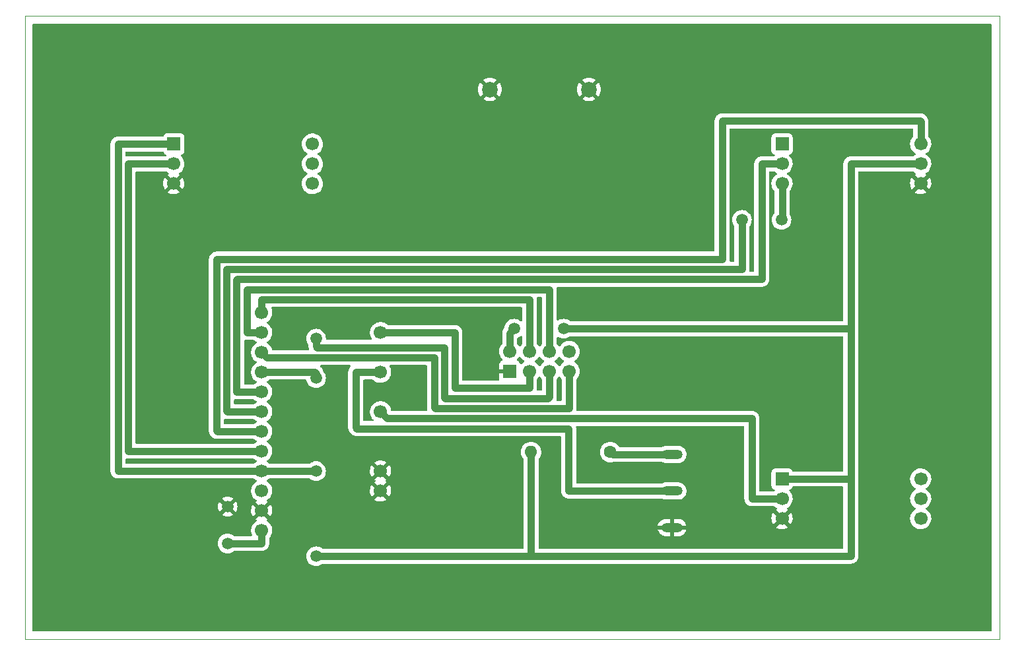
<source format=gbr>
%TF.GenerationSoftware,KiCad,Pcbnew,6.0.11+dfsg-1*%
%TF.CreationDate,2024-04-17T23:55:35+03:00*%
%TF.ProjectId,remote,72656d6f-7465-42e6-9b69-6361645f7063,rev?*%
%TF.SameCoordinates,Original*%
%TF.FileFunction,Copper,L2,Bot*%
%TF.FilePolarity,Positive*%
%FSLAX46Y46*%
G04 Gerber Fmt 4.6, Leading zero omitted, Abs format (unit mm)*
G04 Created by KiCad (PCBNEW 6.0.11+dfsg-1) date 2024-04-17 23:55:35*
%MOMM*%
%LPD*%
G01*
G04 APERTURE LIST*
%TA.AperFunction,Profile*%
%ADD10C,0.100000*%
%TD*%
%TA.AperFunction,ComponentPad*%
%ADD11R,1.700000X1.700000*%
%TD*%
%TA.AperFunction,ComponentPad*%
%ADD12C,1.700000*%
%TD*%
%TA.AperFunction,ComponentPad*%
%ADD13C,2.000000*%
%TD*%
%TA.AperFunction,ComponentPad*%
%ADD14C,1.500000*%
%TD*%
%TA.AperFunction,ComponentPad*%
%ADD15O,2.700000X1.200000*%
%TD*%
%TA.AperFunction,ComponentPad*%
%ADD16C,1.600000*%
%TD*%
%TA.AperFunction,ComponentPad*%
%ADD17O,1.600000X1.600000*%
%TD*%
%TA.AperFunction,ViaPad*%
%ADD18C,1.500000*%
%TD*%
%TA.AperFunction,Conductor*%
%ADD19C,0.900000*%
%TD*%
G04 APERTURE END LIST*
D10*
X49000000Y-97000000D02*
X174000000Y-97000000D01*
X174000000Y-97000000D02*
X174000000Y-177000000D01*
X174000000Y-177000000D02*
X49000000Y-177000000D01*
X49000000Y-177000000D02*
X49000000Y-97000000D01*
D11*
%TO.P,U1,1,GND*%
%TO.N,GND*%
X111190000Y-142627500D03*
D12*
%TO.P,U1,2,VCC*%
%TO.N,+3.3V*%
X111190000Y-140087500D03*
%TO.P,U1,3,CE*%
%TO.N,/CE*%
X113730000Y-142627500D03*
%TO.P,U1,4,CSN*%
%TO.N,/CSN*%
X113730000Y-140087500D03*
%TO.P,U1,5,SCK*%
%TO.N,/SCK*%
X116270000Y-142627500D03*
%TO.P,U1,6,MOSI*%
%TO.N,/MOSI*%
X116270000Y-140087500D03*
%TO.P,U1,7,MISO*%
%TO.N,/MISO*%
X118810000Y-142627500D03*
%TO.P,U1,8,IRQ*%
%TO.N,unconnected-(U1-Pad8)*%
X118810000Y-140087500D03*
D13*
%TO.P,U1,9,GND*%
%TO.N,GND*%
X121350000Y-106452500D03*
%TO.P,U1,10,GND*%
X108650000Y-106452500D03*
%TD*%
D12*
%TO.P,U2,3,GND*%
%TO.N,GND*%
X94620000Y-157985000D03*
%TO.P,U2,4,GND*%
X94620000Y-155445000D03*
%TO.P,U2,7,D4/A6*%
%TO.N,/BTN*%
X94620000Y-147825000D03*
%TO.P,U2,9,D6/A7*%
%TO.N,/TMB*%
X94620000Y-142745000D03*
%TO.P,U2,11,D8/A8*%
%TO.N,/CE*%
X94620000Y-137665000D03*
%TO.P,U2,13,D10/A10*%
%TO.N,/CSN*%
X79380000Y-135125000D03*
%TO.P,U2,14,D16*%
%TO.N,/MOSI*%
X79380000Y-137665000D03*
%TO.P,U2,15,D14*%
%TO.N,/MISO*%
X79380000Y-140205000D03*
%TO.P,U2,16,D15*%
%TO.N,/SCK*%
X79380000Y-142745000D03*
%TO.P,U2,17,A0*%
%TO.N,/Z*%
X79380000Y-145285000D03*
%TO.P,U2,18,A1*%
%TO.N,/Y*%
X79380000Y-147825000D03*
%TO.P,U2,19,A2*%
%TO.N,/X*%
X79380000Y-150365000D03*
%TO.P,U2,20,A3*%
%TO.N,/POT*%
X79380000Y-152905000D03*
%TO.P,U2,21,VCC*%
%TO.N,+3.3V*%
X79380000Y-155445000D03*
%TO.P,U2,22,RST*%
%TO.N,unconnected-(U2-Pad22)*%
X79380000Y-157985000D03*
%TO.P,U2,23,GND*%
%TO.N,GND*%
X79380000Y-160525000D03*
%TO.P,U2,24,RAW*%
%TO.N,Net-(U2-Pad24)*%
X79380000Y-163065000D03*
%TD*%
D14*
%TO.P,X1.2,1*%
%TO.N,GND*%
X75000000Y-160000000D03*
%TD*%
D15*
%TO.P,S1,1*%
%TO.N,/TMB*%
X132000000Y-158000000D03*
%TO.P,S1,2*%
%TO.N,GND*%
X132000000Y-162700000D03*
%TO.P,S1,3*%
%TO.N,Net-(R1-Pad1)*%
X132000000Y-153300000D03*
%TD*%
D14*
%TO.P,X1.1,1*%
%TO.N,Net-(U2-Pad24)*%
X75000000Y-164730000D03*
%TD*%
D11*
%TO.P,U5,1,V*%
%TO.N,+3.3V*%
X68110000Y-113460000D03*
D12*
%TO.P,U5,2,S*%
%TO.N,/POT*%
X68110000Y-116000000D03*
%TO.P,U5,3,G*%
%TO.N,GND*%
X68110000Y-118540000D03*
%TO.P,U5,4,NC*%
%TO.N,unconnected-(U5-Pad4)*%
X85890000Y-118540000D03*
%TO.P,U5,5,NC*%
%TO.N,unconnected-(U5-Pad5)*%
X85890000Y-116000000D03*
%TO.P,U5,6,NC*%
%TO.N,unconnected-(U5-Pad6)*%
X85890000Y-113460000D03*
%TD*%
D11*
%TO.P,U4,1,NC*%
%TO.N,unconnected-(U4-Pad1)*%
X146110000Y-113460000D03*
D12*
%TO.P,U4,2,Z*%
%TO.N,/Z*%
X146110000Y-116000000D03*
%TO.P,U4,3,Y*%
%TO.N,/Y*%
X146110000Y-118540000D03*
%TO.P,U4,4,G*%
%TO.N,GND*%
X163890000Y-118540000D03*
%TO.P,U4,5,V*%
%TO.N,+3.3V*%
X163890000Y-116000000D03*
%TO.P,U4,6,X*%
%TO.N,/X*%
X163890000Y-113460000D03*
%TD*%
D16*
%TO.P,R1,1*%
%TO.N,Net-(R1-Pad1)*%
X124080000Y-153000000D03*
D17*
%TO.P,R1,2*%
%TO.N,+3.3V*%
X113920000Y-153000000D03*
%TD*%
D11*
%TO.P,U3,1,V*%
%TO.N,+3.3V*%
X146110000Y-156460000D03*
D12*
%TO.P,U3,2,S*%
%TO.N,/BTN*%
X146110000Y-159000000D03*
%TO.P,U3,3,G*%
%TO.N,GND*%
X146110000Y-161540000D03*
%TO.P,U3,4,NC*%
%TO.N,unconnected-(U3-Pad4)*%
X163890000Y-161540000D03*
%TO.P,U3,5,NC*%
%TO.N,unconnected-(U3-Pad5)*%
X163890000Y-159000000D03*
%TO.P,U3,6,NC*%
%TO.N,unconnected-(U3-Pad6)*%
X163890000Y-156460000D03*
%TD*%
D18*
%TO.N,+3.3V*%
X111760000Y-137160000D03*
X86360000Y-166370000D03*
X86360000Y-155445000D03*
X118110000Y-137160000D03*
%TO.N,GND*%
X109093000Y-152019000D03*
X109093000Y-142621000D03*
%TO.N,/SCK*%
X86360000Y-138430000D03*
X86360000Y-143510000D03*
%TO.N,/Y*%
X140970000Y-123190000D03*
X146050000Y-123190000D03*
%TD*%
D19*
%TO.N,Net-(R1-Pad1)*%
X132000000Y-153300000D02*
X124380000Y-153300000D01*
X124380000Y-153300000D02*
X124080000Y-153000000D01*
%TO.N,+3.3V*%
X60960000Y-113460000D02*
X60960000Y-155445000D01*
X86360000Y-155445000D02*
X79380000Y-155445000D01*
X113920000Y-153000000D02*
X113920000Y-166370000D01*
X111190000Y-140087500D02*
X111190000Y-137730000D01*
X154940000Y-137160000D02*
X154940000Y-156210000D01*
X154940000Y-156210000D02*
X154940000Y-166370000D01*
X154690000Y-156460000D02*
X154940000Y-156210000D01*
X118110000Y-137160000D02*
X154940000Y-137160000D01*
X60960000Y-155445000D02*
X79380000Y-155445000D01*
X111190000Y-137730000D02*
X111760000Y-137160000D01*
X163890000Y-116000000D02*
X154940000Y-116000000D01*
X154940000Y-166370000D02*
X86360000Y-166370000D01*
X146110000Y-156460000D02*
X154690000Y-156460000D01*
X154940000Y-116000000D02*
X154940000Y-137160000D01*
X68110000Y-113460000D02*
X60960000Y-113460000D01*
%TO.N,/TMB*%
X91440000Y-149860000D02*
X91560000Y-149980000D01*
X118745000Y-158000000D02*
X132000000Y-158000000D01*
X118745000Y-149980000D02*
X118745000Y-158000000D01*
X94620000Y-142745000D02*
X91440000Y-142745000D01*
X91440000Y-142745000D02*
X91440000Y-149860000D01*
X91560000Y-149980000D02*
X118745000Y-149980000D01*
%TO.N,/CE*%
X104140000Y-144780000D02*
X104140000Y-137665000D01*
X113730000Y-144780000D02*
X104140000Y-144780000D01*
X104140000Y-137665000D02*
X94620000Y-137665000D01*
X113730000Y-142627500D02*
X113730000Y-144780000D01*
%TO.N,/CSN*%
X79380000Y-135125000D02*
X79380000Y-133425000D01*
X79380000Y-133425000D02*
X113730000Y-133425000D01*
X113730000Y-133425000D02*
X113730000Y-140087500D01*
%TO.N,/SCK*%
X102840000Y-139573000D02*
X86487000Y-139573000D01*
X102870000Y-146080000D02*
X102840000Y-146050000D01*
X86360000Y-143510000D02*
X86360000Y-142875000D01*
X86360000Y-139446000D02*
X86360000Y-138430000D01*
X116270000Y-142627500D02*
X116270000Y-145918478D01*
X86360000Y-142875000D02*
X86230000Y-142745000D01*
X116108478Y-146080000D02*
X102870000Y-146080000D01*
X102840000Y-146050000D02*
X102840000Y-139573000D01*
X116270000Y-145918478D02*
X116108478Y-146080000D01*
X86230000Y-142745000D02*
X79380000Y-142745000D01*
X86487000Y-139573000D02*
X86360000Y-139446000D01*
%TO.N,/MOSI*%
X77470000Y-132125000D02*
X116270000Y-132125000D01*
X116270000Y-132125000D02*
X116270000Y-140087500D01*
X79380000Y-137665000D02*
X77470000Y-137665000D01*
X77470000Y-137665000D02*
X77470000Y-132125000D01*
%TO.N,/MISO*%
X101540000Y-140873000D02*
X101540000Y-147320000D01*
X79380000Y-140205000D02*
X80048000Y-140873000D01*
X118810000Y-147380000D02*
X118810000Y-142627500D01*
X101600000Y-147380000D02*
X118810000Y-147380000D01*
X80048000Y-140873000D02*
X101540000Y-140873000D01*
X101540000Y-147320000D02*
X101600000Y-147380000D01*
%TO.N,/BTN*%
X95475000Y-148680000D02*
X94620000Y-147825000D01*
X142240000Y-159000000D02*
X142240000Y-148680000D01*
X146110000Y-159000000D02*
X142240000Y-159000000D01*
X142240000Y-148680000D02*
X95475000Y-148680000D01*
%TO.N,/Z*%
X143510000Y-130810000D02*
X143510000Y-116000000D01*
X76170000Y-145285000D02*
X76170000Y-130855000D01*
X79380000Y-145285000D02*
X76170000Y-145285000D01*
X76170000Y-130855000D02*
X76200000Y-130825000D01*
X76200000Y-130825000D02*
X143495000Y-130825000D01*
X143495000Y-130825000D02*
X143510000Y-130810000D01*
X143510000Y-116000000D02*
X146110000Y-116000000D01*
%TO.N,/Y*%
X140970000Y-129525000D02*
X140970000Y-123190000D01*
X79380000Y-147825000D02*
X74930000Y-147825000D01*
X74885000Y-129525000D02*
X140970000Y-129525000D01*
X74930000Y-147825000D02*
X74870000Y-147765000D01*
X74870000Y-147765000D02*
X74870000Y-129540000D01*
X146110000Y-118540000D02*
X146110000Y-123130000D01*
X146110000Y-123130000D02*
X146050000Y-123190000D01*
X74870000Y-129540000D02*
X74885000Y-129525000D01*
%TO.N,/X*%
X138430000Y-128225000D02*
X73615000Y-128225000D01*
X163890000Y-113460000D02*
X163890000Y-110550000D01*
X73660000Y-150365000D02*
X79380000Y-150365000D01*
X73570000Y-128270000D02*
X73570000Y-150275000D01*
X163830000Y-110490000D02*
X138430000Y-110490000D01*
X138430000Y-110490000D02*
X138430000Y-128225000D01*
X163890000Y-110550000D02*
X163830000Y-110490000D01*
X73570000Y-150275000D02*
X73660000Y-150365000D01*
X73615000Y-128225000D02*
X73570000Y-128270000D01*
%TO.N,/POT*%
X62260000Y-152905000D02*
X79380000Y-152905000D01*
X62260000Y-116000000D02*
X62260000Y-152905000D01*
X68110000Y-116000000D02*
X62260000Y-116000000D01*
%TO.N,Net-(U2-Pad24)*%
X75000000Y-164730000D02*
X79375000Y-164730000D01*
X79375000Y-164730000D02*
X79380000Y-164725000D01*
X79380000Y-164725000D02*
X79380000Y-163065000D01*
%TD*%
%TA.AperFunction,Conductor*%
%TO.N,GND*%
G36*
X172942121Y-98020002D02*
G01*
X172988614Y-98073658D01*
X173000000Y-98126000D01*
X173000000Y-175874000D01*
X172979998Y-175942121D01*
X172926342Y-175988614D01*
X172874000Y-176000000D01*
X50126000Y-176000000D01*
X50057879Y-175979998D01*
X50011386Y-175926342D01*
X50000000Y-175874000D01*
X50000000Y-164730000D01*
X73736693Y-164730000D01*
X73755885Y-164949371D01*
X73812880Y-165162076D01*
X73830682Y-165200253D01*
X73903618Y-165356666D01*
X73903621Y-165356671D01*
X73905944Y-165361653D01*
X73909100Y-165366160D01*
X73909101Y-165366162D01*
X74019777Y-165524223D01*
X74032251Y-165542038D01*
X74187962Y-165697749D01*
X74192471Y-165700906D01*
X74192473Y-165700908D01*
X74253064Y-165743334D01*
X74368346Y-165824056D01*
X74567924Y-165917120D01*
X74780629Y-165974115D01*
X75000000Y-165993307D01*
X75219371Y-165974115D01*
X75432076Y-165917120D01*
X75631654Y-165824056D01*
X75792704Y-165711287D01*
X75864975Y-165688500D01*
X79359451Y-165688500D01*
X79362969Y-165688549D01*
X79439179Y-165690678D01*
X79439182Y-165690678D01*
X79445561Y-165690856D01*
X79459200Y-165688451D01*
X79502287Y-165680854D01*
X79511432Y-165679585D01*
X79523220Y-165678387D01*
X79568727Y-165673765D01*
X79594717Y-165665620D01*
X79610512Y-165661770D01*
X79631040Y-165658151D01*
X79631044Y-165658150D01*
X79637327Y-165657042D01*
X79643262Y-165654692D01*
X79643266Y-165654691D01*
X79690875Y-165635841D01*
X79699562Y-165632764D01*
X79754541Y-165615535D01*
X79778364Y-165602330D01*
X79793066Y-165595380D01*
X79812437Y-165587711D01*
X79812442Y-165587709D01*
X79818376Y-165585359D01*
X79866566Y-165553824D01*
X79874470Y-165549056D01*
X79880101Y-165545935D01*
X79924850Y-165521130D01*
X79943428Y-165505207D01*
X79959023Y-165493793D01*
X79967840Y-165488326D01*
X79970245Y-165486052D01*
X79971523Y-165485144D01*
X79977262Y-165481388D01*
X79977264Y-165481387D01*
X79981314Y-165478736D01*
X79986071Y-165474453D01*
X80023206Y-165437318D01*
X80030304Y-165430745D01*
X80072698Y-165394409D01*
X80076609Y-165389367D01*
X80076612Y-165389364D01*
X80082018Y-165382395D01*
X80094997Y-165368080D01*
X80109322Y-165354534D01*
X80142376Y-165307328D01*
X80147916Y-165300002D01*
X80184328Y-165255357D01*
X80196941Y-165231230D01*
X80205391Y-165217332D01*
X80217350Y-165200253D01*
X80221011Y-165195025D01*
X80233112Y-165167061D01*
X80243883Y-165142172D01*
X80247858Y-165133838D01*
X80271589Y-165088444D01*
X80274544Y-165082792D01*
X80282052Y-165056606D01*
X80287528Y-165041312D01*
X80298345Y-165016316D01*
X80310124Y-164959935D01*
X80312341Y-164950975D01*
X80312801Y-164949371D01*
X80328216Y-164895611D01*
X80330305Y-164868456D01*
X80332595Y-164852367D01*
X80338165Y-164825707D01*
X80338500Y-164819315D01*
X80338500Y-164766803D01*
X80338871Y-164757136D01*
X80342666Y-164707821D01*
X80342666Y-164707817D01*
X80343155Y-164701461D01*
X80339494Y-164672480D01*
X80338500Y-164656689D01*
X80338500Y-164080126D01*
X80358502Y-164012005D01*
X80375555Y-163990881D01*
X80418096Y-163948489D01*
X80421112Y-163944291D01*
X80421116Y-163944287D01*
X80545435Y-163771277D01*
X80548453Y-163767077D01*
X80552400Y-163759092D01*
X80645136Y-163571453D01*
X80645137Y-163571451D01*
X80647430Y-163566811D01*
X80688564Y-163431425D01*
X80710865Y-163358023D01*
X80710865Y-163358021D01*
X80712370Y-163353069D01*
X80741529Y-163131590D01*
X80743156Y-163065000D01*
X80724852Y-162842361D01*
X80670431Y-162625702D01*
X80581354Y-162420840D01*
X80529502Y-162340689D01*
X80462822Y-162237617D01*
X80462820Y-162237614D01*
X80460014Y-162233277D01*
X80309670Y-162068051D01*
X80305619Y-162064852D01*
X80305615Y-162064848D01*
X80138414Y-161932800D01*
X80138410Y-161932798D01*
X80134359Y-161929598D01*
X80092569Y-161906529D01*
X80042598Y-161856097D01*
X80027826Y-161786654D01*
X80052942Y-161720248D01*
X80080293Y-161693642D01*
X80129247Y-161658723D01*
X80137648Y-161648023D01*
X80130660Y-161634870D01*
X79392812Y-160897022D01*
X79378868Y-160889408D01*
X79377035Y-160889539D01*
X79370420Y-160893790D01*
X78626737Y-161637473D01*
X78619977Y-161649853D01*
X78625258Y-161656907D01*
X78671969Y-161684203D01*
X78720693Y-161735841D01*
X78733764Y-161805624D01*
X78707033Y-161871396D01*
X78666584Y-161904752D01*
X78653607Y-161911507D01*
X78649474Y-161914610D01*
X78649471Y-161914612D01*
X78486656Y-162036857D01*
X78474965Y-162045635D01*
X78320629Y-162207138D01*
X78194743Y-162391680D01*
X78175748Y-162432601D01*
X78106784Y-162581173D01*
X78100688Y-162594305D01*
X78040989Y-162809570D01*
X78017251Y-163031695D01*
X78017548Y-163036848D01*
X78017548Y-163036851D01*
X78029812Y-163249547D01*
X78030110Y-163254715D01*
X78031247Y-163259761D01*
X78031248Y-163259767D01*
X78049590Y-163341153D01*
X78079222Y-163472639D01*
X78107166Y-163541457D01*
X78130164Y-163598096D01*
X78137260Y-163668738D01*
X78105038Y-163732001D01*
X78043728Y-163767801D01*
X78013421Y-163771500D01*
X75864975Y-163771500D01*
X75792704Y-163748713D01*
X75701600Y-163684921D01*
X75631654Y-163635944D01*
X75432076Y-163542880D01*
X75219371Y-163485885D01*
X75000000Y-163466693D01*
X74780629Y-163485885D01*
X74567924Y-163542880D01*
X74527228Y-163561857D01*
X74373334Y-163633618D01*
X74373329Y-163633621D01*
X74368347Y-163635944D01*
X74363840Y-163639100D01*
X74363838Y-163639101D01*
X74192473Y-163759092D01*
X74192470Y-163759094D01*
X74187962Y-163762251D01*
X74032251Y-163917962D01*
X74029094Y-163922470D01*
X74029092Y-163922473D01*
X73918702Y-164080126D01*
X73905944Y-164098347D01*
X73903621Y-164103329D01*
X73903618Y-164103334D01*
X73856415Y-164204562D01*
X73812880Y-164297924D01*
X73755885Y-164510629D01*
X73736693Y-164730000D01*
X50000000Y-164730000D01*
X50000000Y-161050161D01*
X74314393Y-161050161D01*
X74323687Y-161062175D01*
X74364088Y-161090464D01*
X74373584Y-161095947D01*
X74563113Y-161184326D01*
X74573405Y-161188072D01*
X74775401Y-161242196D01*
X74786196Y-161244099D01*
X74994525Y-161262326D01*
X75005475Y-161262326D01*
X75213804Y-161244099D01*
X75224599Y-161242196D01*
X75426595Y-161188072D01*
X75436887Y-161184326D01*
X75626416Y-161095947D01*
X75635912Y-161090464D01*
X75677148Y-161061590D01*
X75685523Y-161051112D01*
X75678457Y-161037668D01*
X75012811Y-160372021D01*
X74998868Y-160364408D01*
X74997034Y-160364539D01*
X74990420Y-160368790D01*
X74320820Y-161038391D01*
X74314393Y-161050161D01*
X50000000Y-161050161D01*
X50000000Y-160005475D01*
X73737674Y-160005475D01*
X73755901Y-160213804D01*
X73757804Y-160224599D01*
X73811928Y-160426595D01*
X73815674Y-160436887D01*
X73904054Y-160626417D01*
X73909534Y-160635907D01*
X73938411Y-160677149D01*
X73948887Y-160685523D01*
X73962334Y-160678455D01*
X74627979Y-160012811D01*
X74634356Y-160001132D01*
X75364408Y-160001132D01*
X75364539Y-160002966D01*
X75368790Y-160009580D01*
X76038391Y-160679180D01*
X76050161Y-160685607D01*
X76062176Y-160676311D01*
X76090466Y-160635907D01*
X76095946Y-160626417D01*
X76156359Y-160496863D01*
X78018050Y-160496863D01*
X78030309Y-160709477D01*
X78031745Y-160719697D01*
X78078565Y-160927446D01*
X78081645Y-160937275D01*
X78161770Y-161134603D01*
X78166413Y-161143794D01*
X78246460Y-161274420D01*
X78256916Y-161283880D01*
X78265694Y-161280096D01*
X79007978Y-160537812D01*
X79014356Y-160526132D01*
X79744408Y-160526132D01*
X79744539Y-160527965D01*
X79748790Y-160534580D01*
X80490474Y-161276264D01*
X80502484Y-161282823D01*
X80514223Y-161273855D01*
X80545004Y-161231019D01*
X80550315Y-161222180D01*
X80644670Y-161031267D01*
X80648469Y-161021672D01*
X80710376Y-160817915D01*
X80712555Y-160807834D01*
X80740590Y-160594887D01*
X80741109Y-160588212D01*
X80742572Y-160528364D01*
X80742378Y-160521646D01*
X80724781Y-160307604D01*
X80723096Y-160297424D01*
X80671214Y-160090875D01*
X80667894Y-160081124D01*
X80582972Y-159885814D01*
X80578105Y-159876739D01*
X80513063Y-159776197D01*
X80502377Y-159766995D01*
X80492812Y-159771398D01*
X79752022Y-160512188D01*
X79744408Y-160526132D01*
X79014356Y-160526132D01*
X79015592Y-160523868D01*
X79015461Y-160522035D01*
X79011210Y-160515420D01*
X78269849Y-159774059D01*
X78258313Y-159767759D01*
X78246031Y-159777382D01*
X78198089Y-159847662D01*
X78193004Y-159856613D01*
X78103338Y-160049783D01*
X78099775Y-160059470D01*
X78042864Y-160264681D01*
X78040933Y-160274800D01*
X78018302Y-160486574D01*
X78018050Y-160496863D01*
X76156359Y-160496863D01*
X76184326Y-160436887D01*
X76188072Y-160426595D01*
X76242196Y-160224599D01*
X76244099Y-160213804D01*
X76262326Y-160005475D01*
X76262326Y-159994525D01*
X76244099Y-159786196D01*
X76242196Y-159775401D01*
X76188072Y-159573405D01*
X76184326Y-159563113D01*
X76095946Y-159373583D01*
X76090466Y-159364093D01*
X76061589Y-159322851D01*
X76051113Y-159314477D01*
X76037666Y-159321545D01*
X75372021Y-159987189D01*
X75364408Y-160001132D01*
X74634356Y-160001132D01*
X74635592Y-159998868D01*
X74635461Y-159997034D01*
X74631210Y-159990420D01*
X73961609Y-159320820D01*
X73949839Y-159314393D01*
X73937824Y-159323689D01*
X73909534Y-159364093D01*
X73904054Y-159373583D01*
X73815674Y-159563113D01*
X73811928Y-159573405D01*
X73757804Y-159775401D01*
X73755901Y-159786196D01*
X73737674Y-159994525D01*
X73737674Y-160005475D01*
X50000000Y-160005475D01*
X50000000Y-158948887D01*
X74314477Y-158948887D01*
X74321545Y-158962334D01*
X74987189Y-159627979D01*
X75001132Y-159635592D01*
X75002966Y-159635461D01*
X75009580Y-159631210D01*
X75679180Y-158961609D01*
X75685607Y-158949839D01*
X75676313Y-158937825D01*
X75635912Y-158909536D01*
X75626416Y-158904053D01*
X75436887Y-158815674D01*
X75426595Y-158811928D01*
X75224599Y-158757804D01*
X75213804Y-158755901D01*
X75005475Y-158737674D01*
X74994525Y-158737674D01*
X74786196Y-158755901D01*
X74775401Y-158757804D01*
X74573405Y-158811928D01*
X74563113Y-158815674D01*
X74373583Y-158904054D01*
X74364093Y-158909534D01*
X74322851Y-158938411D01*
X74314477Y-158948887D01*
X50000000Y-158948887D01*
X50000000Y-155492064D01*
X59997707Y-155492064D01*
X59998662Y-155498377D01*
X59998662Y-155498382D01*
X60008303Y-155562124D01*
X60009074Y-155568226D01*
X60016235Y-155638727D01*
X60018143Y-155644817D01*
X60018145Y-155644825D01*
X60020396Y-155652008D01*
X60024742Y-155670833D01*
X60025869Y-155678280D01*
X60026825Y-155684599D01*
X60051300Y-155751121D01*
X60053272Y-155756915D01*
X60074465Y-155824541D01*
X60081213Y-155836714D01*
X60089260Y-155854292D01*
X60090358Y-155857275D01*
X60094063Y-155867346D01*
X60097425Y-155872768D01*
X60131404Y-155927570D01*
X60134516Y-155932874D01*
X60168870Y-155994850D01*
X60173021Y-155999693D01*
X60177922Y-156005411D01*
X60189341Y-156021013D01*
X60196674Y-156032840D01*
X60245381Y-156084346D01*
X60249481Y-156088900D01*
X60295591Y-156142698D01*
X60300637Y-156146612D01*
X60300641Y-156146616D01*
X60306585Y-156151227D01*
X60320897Y-156164204D01*
X60330466Y-156174322D01*
X60335691Y-156177980D01*
X60335695Y-156177984D01*
X60388524Y-156214974D01*
X60393481Y-156218629D01*
X60449453Y-156262046D01*
X60461938Y-156268189D01*
X60478569Y-156278024D01*
X60489975Y-156286011D01*
X60495833Y-156288546D01*
X60555008Y-156314153D01*
X60560596Y-156316735D01*
X60624171Y-156348018D01*
X60637640Y-156351527D01*
X60655910Y-156357817D01*
X60668684Y-156363345D01*
X60674934Y-156364651D01*
X60674935Y-156364651D01*
X60738027Y-156377832D01*
X60744020Y-156379237D01*
X60806436Y-156395495D01*
X60806440Y-156395496D01*
X60812607Y-156397102D01*
X60826500Y-156397830D01*
X60845674Y-156400320D01*
X60854558Y-156402176D01*
X60854560Y-156402176D01*
X60859293Y-156403165D01*
X60865685Y-156403500D01*
X60931396Y-156403500D01*
X60937990Y-156403673D01*
X61000683Y-156406959D01*
X61000687Y-156406959D01*
X61007064Y-156407293D01*
X61022774Y-156404917D01*
X61041616Y-156403500D01*
X78362168Y-156403500D01*
X78430289Y-156423502D01*
X78442653Y-156432556D01*
X78573734Y-156541381D01*
X78598126Y-156561632D01*
X78609063Y-156568023D01*
X78671445Y-156604476D01*
X78720169Y-156656114D01*
X78733240Y-156725897D01*
X78706509Y-156791669D01*
X78666055Y-156825027D01*
X78653607Y-156831507D01*
X78649474Y-156834610D01*
X78649471Y-156834612D01*
X78486656Y-156956857D01*
X78474965Y-156965635D01*
X78431250Y-157011380D01*
X78324710Y-157122868D01*
X78320629Y-157127138D01*
X78194743Y-157311680D01*
X78174766Y-157354717D01*
X78106784Y-157501173D01*
X78100688Y-157514305D01*
X78040989Y-157729570D01*
X78017251Y-157951695D01*
X78017548Y-157956848D01*
X78017548Y-157956851D01*
X78023201Y-158054887D01*
X78030110Y-158174715D01*
X78031247Y-158179761D01*
X78031248Y-158179767D01*
X78051119Y-158267939D01*
X78079222Y-158392639D01*
X78134716Y-158529305D01*
X78160366Y-158592473D01*
X78163266Y-158599616D01*
X78194856Y-158651167D01*
X78275351Y-158782522D01*
X78279987Y-158790088D01*
X78426250Y-158958938D01*
X78598126Y-159101632D01*
X78627374Y-159118723D01*
X78671955Y-159144774D01*
X78720679Y-159196412D01*
X78733750Y-159266195D01*
X78707019Y-159331967D01*
X78666562Y-159365327D01*
X78658460Y-159369544D01*
X78649734Y-159375039D01*
X78629677Y-159390099D01*
X78621223Y-159401427D01*
X78627968Y-159413758D01*
X79367188Y-160152978D01*
X79381132Y-160160592D01*
X79382965Y-160160461D01*
X79389580Y-160156210D01*
X80133389Y-159412401D01*
X80140410Y-159399544D01*
X80133611Y-159390213D01*
X80129559Y-159387521D01*
X80092602Y-159367120D01*
X80042631Y-159316687D01*
X80027859Y-159247245D01*
X80052975Y-159180839D01*
X80080327Y-159154232D01*
X80130109Y-159118723D01*
X80142544Y-159109853D01*
X93859977Y-159109853D01*
X93865258Y-159116907D01*
X94026756Y-159211279D01*
X94036042Y-159215729D01*
X94235001Y-159291703D01*
X94244899Y-159294579D01*
X94453595Y-159337038D01*
X94463823Y-159338257D01*
X94676650Y-159346062D01*
X94686936Y-159345595D01*
X94898185Y-159318534D01*
X94908262Y-159316392D01*
X95112255Y-159255191D01*
X95121842Y-159251433D01*
X95313098Y-159157738D01*
X95321944Y-159152465D01*
X95369247Y-159118723D01*
X95377648Y-159108023D01*
X95370660Y-159094870D01*
X94632812Y-158357022D01*
X94618868Y-158349408D01*
X94617035Y-158349539D01*
X94610420Y-158353790D01*
X93866737Y-159097473D01*
X93859977Y-159109853D01*
X80142544Y-159109853D01*
X80259860Y-159026173D01*
X80289491Y-158996646D01*
X80382406Y-158904054D01*
X80418096Y-158868489D01*
X80443577Y-158833029D01*
X80545435Y-158691277D01*
X80548453Y-158687077D01*
X80550874Y-158682180D01*
X80645136Y-158491453D01*
X80645137Y-158491451D01*
X80647430Y-158486811D01*
X80712370Y-158273069D01*
X80741529Y-158051590D01*
X80741776Y-158041500D01*
X80743074Y-157988365D01*
X80743074Y-157988361D01*
X80743156Y-157985000D01*
X80740843Y-157956863D01*
X93258050Y-157956863D01*
X93270309Y-158169477D01*
X93271745Y-158179697D01*
X93318565Y-158387446D01*
X93321645Y-158397275D01*
X93401770Y-158594603D01*
X93406413Y-158603794D01*
X93486460Y-158734420D01*
X93496916Y-158743880D01*
X93505694Y-158740096D01*
X94247978Y-157997812D01*
X94254356Y-157986132D01*
X94984408Y-157986132D01*
X94984539Y-157987965D01*
X94988790Y-157994580D01*
X95730474Y-158736264D01*
X95742484Y-158742823D01*
X95754223Y-158733855D01*
X95785004Y-158691019D01*
X95790315Y-158682180D01*
X95884670Y-158491267D01*
X95888469Y-158481672D01*
X95950376Y-158277915D01*
X95952555Y-158267834D01*
X95980590Y-158054887D01*
X95981109Y-158048212D01*
X95982572Y-157988364D01*
X95982378Y-157981646D01*
X95964781Y-157767604D01*
X95963096Y-157757424D01*
X95911214Y-157550875D01*
X95907894Y-157541124D01*
X95822972Y-157345814D01*
X95818105Y-157336739D01*
X95753063Y-157236197D01*
X95742377Y-157226995D01*
X95732812Y-157231398D01*
X94992022Y-157972188D01*
X94984408Y-157986132D01*
X94254356Y-157986132D01*
X94255592Y-157983868D01*
X94255461Y-157982035D01*
X94251210Y-157975420D01*
X93509849Y-157234059D01*
X93498313Y-157227759D01*
X93486031Y-157237382D01*
X93438089Y-157307662D01*
X93433004Y-157316613D01*
X93343338Y-157509783D01*
X93339775Y-157519470D01*
X93282864Y-157724681D01*
X93280933Y-157734800D01*
X93258302Y-157946574D01*
X93258050Y-157956863D01*
X80740843Y-157956863D01*
X80724852Y-157762361D01*
X80670431Y-157545702D01*
X80581354Y-157340840D01*
X80460014Y-157153277D01*
X80309670Y-156988051D01*
X80305619Y-156984852D01*
X80305615Y-156984848D01*
X80138414Y-156852800D01*
X80138410Y-156852798D01*
X80134359Y-156849598D01*
X80093053Y-156826796D01*
X80043084Y-156776364D01*
X80028312Y-156706921D01*
X80053428Y-156640516D01*
X80080780Y-156613909D01*
X80145110Y-156568023D01*
X80259860Y-156486173D01*
X80263515Y-156482531D01*
X80263523Y-156482524D01*
X80305946Y-156440249D01*
X80368317Y-156406333D01*
X80394885Y-156403500D01*
X85495025Y-156403500D01*
X85567296Y-156426287D01*
X85728346Y-156539056D01*
X85927924Y-156632120D01*
X86140629Y-156689115D01*
X86360000Y-156708307D01*
X86579371Y-156689115D01*
X86792076Y-156632120D01*
X86925609Y-156569853D01*
X93859977Y-156569853D01*
X93865258Y-156576907D01*
X93912479Y-156604501D01*
X93961203Y-156656139D01*
X93974274Y-156725922D01*
X93947543Y-156791694D01*
X93907087Y-156825053D01*
X93898466Y-156829541D01*
X93889734Y-156835039D01*
X93869677Y-156850099D01*
X93861223Y-156861427D01*
X93867968Y-156873758D01*
X94607188Y-157612978D01*
X94621132Y-157620592D01*
X94622965Y-157620461D01*
X94629580Y-157616210D01*
X95373389Y-156872401D01*
X95380410Y-156859544D01*
X95373611Y-156850213D01*
X95369559Y-156847521D01*
X95332116Y-156826852D01*
X95282145Y-156776420D01*
X95267373Y-156706977D01*
X95292489Y-156640572D01*
X95319840Y-156613965D01*
X95369247Y-156578723D01*
X95377648Y-156568023D01*
X95370660Y-156554870D01*
X94632812Y-155817022D01*
X94618868Y-155809408D01*
X94617035Y-155809539D01*
X94610420Y-155813790D01*
X93866737Y-156557473D01*
X93859977Y-156569853D01*
X86925609Y-156569853D01*
X86991654Y-156539056D01*
X87144758Y-156431851D01*
X87167527Y-156415908D01*
X87167529Y-156415906D01*
X87172038Y-156412749D01*
X87327749Y-156257038D01*
X87337914Y-156242522D01*
X87450899Y-156081162D01*
X87450900Y-156081160D01*
X87454056Y-156076653D01*
X87456379Y-156071671D01*
X87456382Y-156071666D01*
X87521098Y-155932881D01*
X87547120Y-155877076D01*
X87604115Y-155664371D01*
X87623307Y-155445000D01*
X87620845Y-155416863D01*
X93258050Y-155416863D01*
X93270309Y-155629477D01*
X93271745Y-155639697D01*
X93318565Y-155847446D01*
X93321645Y-155857275D01*
X93401770Y-156054603D01*
X93406413Y-156063794D01*
X93486460Y-156194420D01*
X93496916Y-156203880D01*
X93505694Y-156200096D01*
X94247978Y-155457812D01*
X94254356Y-155446132D01*
X94984408Y-155446132D01*
X94984539Y-155447965D01*
X94988790Y-155454580D01*
X95730474Y-156196264D01*
X95742484Y-156202823D01*
X95754223Y-156193855D01*
X95785004Y-156151019D01*
X95790315Y-156142180D01*
X95884670Y-155951267D01*
X95888469Y-155941672D01*
X95950376Y-155737915D01*
X95952555Y-155727834D01*
X95980590Y-155514887D01*
X95981109Y-155508212D01*
X95982572Y-155448364D01*
X95982378Y-155441646D01*
X95964781Y-155227604D01*
X95963096Y-155217424D01*
X95911214Y-155010875D01*
X95907894Y-155001124D01*
X95822972Y-154805814D01*
X95818105Y-154796739D01*
X95753063Y-154696197D01*
X95742377Y-154686995D01*
X95732812Y-154691398D01*
X94992022Y-155432188D01*
X94984408Y-155446132D01*
X94254356Y-155446132D01*
X94255592Y-155443868D01*
X94255461Y-155442035D01*
X94251210Y-155435420D01*
X93509849Y-154694059D01*
X93498313Y-154687759D01*
X93486031Y-154697382D01*
X93438089Y-154767662D01*
X93433004Y-154776613D01*
X93343338Y-154969783D01*
X93339775Y-154979470D01*
X93282864Y-155184681D01*
X93280933Y-155194800D01*
X93258302Y-155406574D01*
X93258050Y-155416863D01*
X87620845Y-155416863D01*
X87604115Y-155225629D01*
X87547120Y-155012924D01*
X87503585Y-154919562D01*
X87456382Y-154818334D01*
X87456379Y-154818329D01*
X87454056Y-154813347D01*
X87450899Y-154808838D01*
X87330908Y-154637473D01*
X87330906Y-154637470D01*
X87327749Y-154632962D01*
X87172038Y-154477251D01*
X87156682Y-154466498D01*
X87073758Y-154408434D01*
X86991654Y-154350944D01*
X86928354Y-154321427D01*
X93861223Y-154321427D01*
X93867968Y-154333758D01*
X94607188Y-155072978D01*
X94621132Y-155080592D01*
X94622965Y-155080461D01*
X94629580Y-155076210D01*
X95373389Y-154332401D01*
X95380410Y-154319544D01*
X95373611Y-154310213D01*
X95369554Y-154307518D01*
X95183117Y-154204599D01*
X95173705Y-154200369D01*
X94972959Y-154129280D01*
X94962989Y-154126646D01*
X94753327Y-154089301D01*
X94743073Y-154088331D01*
X94530116Y-154085728D01*
X94519832Y-154086448D01*
X94309321Y-154118661D01*
X94299293Y-154121050D01*
X94096868Y-154187212D01*
X94087359Y-154191209D01*
X93898466Y-154289540D01*
X93889734Y-154295039D01*
X93869677Y-154310099D01*
X93861223Y-154321427D01*
X86928354Y-154321427D01*
X86792076Y-154257880D01*
X86579371Y-154200885D01*
X86360000Y-154181693D01*
X86140629Y-154200885D01*
X85927924Y-154257880D01*
X85854498Y-154292119D01*
X85733334Y-154348618D01*
X85733329Y-154348621D01*
X85728347Y-154350944D01*
X85723840Y-154354100D01*
X85723838Y-154354101D01*
X85567296Y-154463713D01*
X85495025Y-154486500D01*
X80399913Y-154486500D01*
X80331792Y-154466498D01*
X80313981Y-154452651D01*
X80313154Y-154451880D01*
X80309670Y-154448051D01*
X80259590Y-154408500D01*
X80138414Y-154312800D01*
X80138410Y-154312798D01*
X80134359Y-154309598D01*
X80093053Y-154286796D01*
X80043084Y-154236364D01*
X80028312Y-154166921D01*
X80053428Y-154100516D01*
X80080780Y-154073909D01*
X80124603Y-154042650D01*
X80259860Y-153946173D01*
X80418096Y-153788489D01*
X80548453Y-153607077D01*
X80567078Y-153569393D01*
X80645136Y-153411453D01*
X80645137Y-153411451D01*
X80647430Y-153406811D01*
X80712370Y-153193069D01*
X80741529Y-152971590D01*
X80743156Y-152905000D01*
X80724852Y-152682361D01*
X80670431Y-152465702D01*
X80581354Y-152260840D01*
X80460014Y-152073277D01*
X80309670Y-151908051D01*
X80305619Y-151904852D01*
X80305615Y-151904848D01*
X80138414Y-151772800D01*
X80138410Y-151772798D01*
X80134359Y-151769598D01*
X80093053Y-151746796D01*
X80043084Y-151696364D01*
X80028312Y-151626921D01*
X80053428Y-151560516D01*
X80080780Y-151533909D01*
X80124603Y-151502650D01*
X80259860Y-151406173D01*
X80418096Y-151248489D01*
X80459844Y-151190391D01*
X80545435Y-151071277D01*
X80548453Y-151067077D01*
X80565286Y-151033019D01*
X80645136Y-150871453D01*
X80645137Y-150871451D01*
X80647430Y-150866811D01*
X80712370Y-150653069D01*
X80741529Y-150431590D01*
X80743156Y-150365000D01*
X80724852Y-150142361D01*
X80670431Y-149925702D01*
X80581354Y-149720840D01*
X80460014Y-149533277D01*
X80309670Y-149368051D01*
X80305619Y-149364852D01*
X80305615Y-149364848D01*
X80138414Y-149232800D01*
X80138410Y-149232798D01*
X80134359Y-149229598D01*
X80093053Y-149206796D01*
X80043084Y-149156364D01*
X80028312Y-149086921D01*
X80053428Y-149020516D01*
X80080780Y-148993909D01*
X80124603Y-148962650D01*
X80259860Y-148866173D01*
X80320771Y-148805475D01*
X80371297Y-148755125D01*
X80418096Y-148708489D01*
X80477594Y-148625689D01*
X80545435Y-148531277D01*
X80548453Y-148527077D01*
X80568620Y-148486273D01*
X80645136Y-148331453D01*
X80645137Y-148331451D01*
X80647430Y-148326811D01*
X80686739Y-148197430D01*
X80710865Y-148118023D01*
X80710865Y-148118021D01*
X80712370Y-148113069D01*
X80741529Y-147891590D01*
X80742229Y-147862954D01*
X80743074Y-147828365D01*
X80743074Y-147828361D01*
X80743156Y-147825000D01*
X80724852Y-147602361D01*
X80670431Y-147385702D01*
X80581354Y-147180840D01*
X80460014Y-146993277D01*
X80309670Y-146828051D01*
X80305619Y-146824852D01*
X80305615Y-146824848D01*
X80138414Y-146692800D01*
X80138410Y-146692798D01*
X80134359Y-146689598D01*
X80093053Y-146666796D01*
X80043084Y-146616364D01*
X80028312Y-146546921D01*
X80053428Y-146480516D01*
X80080780Y-146453909D01*
X80142178Y-146410114D01*
X80259860Y-146326173D01*
X80290641Y-146295500D01*
X80392527Y-146193969D01*
X80418096Y-146168489D01*
X80548453Y-145987077D01*
X80561697Y-145960281D01*
X80645136Y-145791453D01*
X80645137Y-145791451D01*
X80647430Y-145786811D01*
X80712370Y-145573069D01*
X80741529Y-145351590D01*
X80743156Y-145285000D01*
X80724852Y-145062361D01*
X80670431Y-144845702D01*
X80581354Y-144640840D01*
X80541906Y-144579862D01*
X80462822Y-144457617D01*
X80462820Y-144457614D01*
X80460014Y-144453277D01*
X80309670Y-144288051D01*
X80305619Y-144284852D01*
X80305615Y-144284848D01*
X80138414Y-144152800D01*
X80138410Y-144152798D01*
X80134359Y-144149598D01*
X80093053Y-144126796D01*
X80043084Y-144076364D01*
X80028312Y-144006921D01*
X80053428Y-143940516D01*
X80080780Y-143913909D01*
X80124603Y-143882650D01*
X80259860Y-143786173D01*
X80263517Y-143782529D01*
X80263523Y-143782524D01*
X80305946Y-143740249D01*
X80368317Y-143706333D01*
X80394885Y-143703500D01*
X85012269Y-143703500D01*
X85080390Y-143723502D01*
X85126883Y-143777158D01*
X85133975Y-143796888D01*
X85171453Y-143936754D01*
X85171457Y-143936764D01*
X85172880Y-143942076D01*
X85203118Y-144006921D01*
X85263618Y-144136666D01*
X85263621Y-144136671D01*
X85265944Y-144141653D01*
X85269100Y-144146160D01*
X85269101Y-144146162D01*
X85381370Y-144306498D01*
X85392251Y-144322038D01*
X85547962Y-144477749D01*
X85728346Y-144604056D01*
X85927924Y-144697120D01*
X86140629Y-144754115D01*
X86360000Y-144773307D01*
X86579371Y-144754115D01*
X86792076Y-144697120D01*
X86991654Y-144604056D01*
X87172038Y-144477749D01*
X87327749Y-144322038D01*
X87338631Y-144306498D01*
X87450899Y-144146162D01*
X87450900Y-144146160D01*
X87454056Y-144141653D01*
X87456379Y-144136671D01*
X87456382Y-144136666D01*
X87516882Y-144006921D01*
X87547120Y-143942076D01*
X87604115Y-143729371D01*
X87623307Y-143510000D01*
X87604115Y-143290629D01*
X87547120Y-143077924D01*
X87461844Y-142895048D01*
X87456382Y-142883334D01*
X87456379Y-142883329D01*
X87454056Y-142878347D01*
X87417834Y-142826616D01*
X87330908Y-142702473D01*
X87330906Y-142702470D01*
X87327749Y-142697962D01*
X87323853Y-142694066D01*
X87320325Y-142689862D01*
X87321533Y-142688848D01*
X87289688Y-142627673D01*
X87288153Y-142618966D01*
X87288152Y-142618962D01*
X87287043Y-142612673D01*
X87265841Y-142559124D01*
X87262760Y-142550422D01*
X87247446Y-142501554D01*
X87247442Y-142501545D01*
X87245535Y-142495459D01*
X87232333Y-142471642D01*
X87225383Y-142456940D01*
X87217709Y-142437557D01*
X87215360Y-142431624D01*
X87211864Y-142426281D01*
X87211861Y-142426276D01*
X87183819Y-142383424D01*
X87179048Y-142375515D01*
X87154225Y-142330733D01*
X87154224Y-142330731D01*
X87151130Y-142325150D01*
X87133409Y-142304474D01*
X87123646Y-142291471D01*
X87108736Y-142268686D01*
X87104453Y-142263929D01*
X87067318Y-142226794D01*
X87060745Y-142219696D01*
X87033751Y-142188202D01*
X87024409Y-142177302D01*
X87001321Y-142159393D01*
X86989453Y-142148929D01*
X86918776Y-142078252D01*
X86916322Y-142075729D01*
X86886386Y-142044072D01*
X86854114Y-141980834D01*
X86861155Y-141910187D01*
X86905273Y-141854562D01*
X86977935Y-141831500D01*
X90692300Y-141831500D01*
X90760421Y-141851502D01*
X90806914Y-141905158D01*
X90817018Y-141975432D01*
X90787524Y-142040012D01*
X90774297Y-142053168D01*
X90742302Y-142080591D01*
X90738388Y-142085637D01*
X90738384Y-142085641D01*
X90733773Y-142091585D01*
X90720796Y-142105897D01*
X90710678Y-142115466D01*
X90707020Y-142120691D01*
X90707016Y-142120695D01*
X90670026Y-142173524D01*
X90666371Y-142178481D01*
X90622954Y-142234453D01*
X90616811Y-142246938D01*
X90606976Y-142263569D01*
X90598989Y-142274975D01*
X90577277Y-142325150D01*
X90570847Y-142340008D01*
X90568265Y-142345596D01*
X90536982Y-142409171D01*
X90533473Y-142422640D01*
X90527183Y-142440910D01*
X90521655Y-142453684D01*
X90520349Y-142459934D01*
X90520349Y-142459935D01*
X90507168Y-142523027D01*
X90505763Y-142529020D01*
X90487898Y-142597607D01*
X90487564Y-142603979D01*
X90487170Y-142611498D01*
X90484680Y-142630674D01*
X90481835Y-142644293D01*
X90481500Y-142650685D01*
X90481500Y-142716396D01*
X90481327Y-142722990D01*
X90480174Y-142745000D01*
X90477707Y-142792064D01*
X90478663Y-142798383D01*
X90480083Y-142807775D01*
X90481500Y-142826616D01*
X90481500Y-149844451D01*
X90481451Y-149847969D01*
X90479144Y-149930561D01*
X90480253Y-149936850D01*
X90489146Y-149987287D01*
X90490415Y-149996432D01*
X90496235Y-150053727D01*
X90504380Y-150079717D01*
X90508230Y-150095512D01*
X90512958Y-150122327D01*
X90515308Y-150128262D01*
X90515309Y-150128266D01*
X90534159Y-150175875D01*
X90537236Y-150184562D01*
X90554465Y-150239541D01*
X90566479Y-150261215D01*
X90567670Y-150263363D01*
X90574620Y-150278066D01*
X90582289Y-150297437D01*
X90582291Y-150297442D01*
X90584641Y-150303376D01*
X90588140Y-150308723D01*
X90616174Y-150351563D01*
X90620942Y-150359467D01*
X90648870Y-150409850D01*
X90653021Y-150414693D01*
X90666591Y-150430526D01*
X90676352Y-150443527D01*
X90686606Y-150459195D01*
X90691264Y-150466314D01*
X90695547Y-150471071D01*
X90732682Y-150508206D01*
X90739255Y-150515304D01*
X90775591Y-150557698D01*
X90780628Y-150561605D01*
X90780630Y-150561607D01*
X90798679Y-150575607D01*
X90810547Y-150586071D01*
X90871224Y-150646748D01*
X90873678Y-150649270D01*
X90930466Y-150709322D01*
X90935691Y-150712981D01*
X90935695Y-150712984D01*
X90977645Y-150742357D01*
X90985009Y-150747926D01*
X91029643Y-150784329D01*
X91053784Y-150796950D01*
X91067666Y-150805390D01*
X91089975Y-150821011D01*
X91095832Y-150823546D01*
X91095833Y-150823546D01*
X91142825Y-150843881D01*
X91151159Y-150847856D01*
X91202208Y-150874544D01*
X91228394Y-150882052D01*
X91243688Y-150887528D01*
X91268684Y-150898345D01*
X91274937Y-150899651D01*
X91274936Y-150899651D01*
X91325063Y-150910123D01*
X91334017Y-150912338D01*
X91389390Y-150928216D01*
X91416545Y-150930306D01*
X91432635Y-150932596D01*
X91459293Y-150938165D01*
X91465685Y-150938500D01*
X91518197Y-150938500D01*
X91527864Y-150938871D01*
X91577179Y-150942666D01*
X91577183Y-150942666D01*
X91583539Y-150943155D01*
X91612520Y-150939494D01*
X91628311Y-150938500D01*
X117660500Y-150938500D01*
X117728621Y-150958502D01*
X117775114Y-151012158D01*
X117786500Y-151064500D01*
X117786500Y-157971396D01*
X117786327Y-157977990D01*
X117785014Y-158003051D01*
X117782707Y-158047064D01*
X117783662Y-158053377D01*
X117783662Y-158053382D01*
X117793303Y-158117124D01*
X117794074Y-158123226D01*
X117801235Y-158193727D01*
X117803143Y-158199817D01*
X117803145Y-158199825D01*
X117805396Y-158207008D01*
X117809742Y-158225833D01*
X117810869Y-158233280D01*
X117811825Y-158239599D01*
X117836300Y-158306121D01*
X117838272Y-158311915D01*
X117859465Y-158379541D01*
X117866213Y-158391714D01*
X117874260Y-158409292D01*
X117879063Y-158422346D01*
X117904609Y-158463546D01*
X117916404Y-158482570D01*
X117919516Y-158487874D01*
X117953870Y-158549850D01*
X117958021Y-158554693D01*
X117962922Y-158560411D01*
X117974341Y-158576013D01*
X117981674Y-158587840D01*
X118030381Y-158639346D01*
X118034481Y-158643900D01*
X118080591Y-158697698D01*
X118085637Y-158701612D01*
X118085641Y-158701616D01*
X118091585Y-158706227D01*
X118105897Y-158719204D01*
X118115466Y-158729322D01*
X118120691Y-158732980D01*
X118120695Y-158732984D01*
X118173524Y-158769974D01*
X118178481Y-158773629D01*
X118234453Y-158817046D01*
X118246938Y-158823189D01*
X118263569Y-158833024D01*
X118274975Y-158841011D01*
X118338474Y-158868489D01*
X118340008Y-158869153D01*
X118345596Y-158871735D01*
X118409171Y-158903018D01*
X118422640Y-158906527D01*
X118440910Y-158912817D01*
X118453684Y-158918345D01*
X118459934Y-158919651D01*
X118459935Y-158919651D01*
X118523027Y-158932832D01*
X118529020Y-158934237D01*
X118591436Y-158950495D01*
X118591440Y-158950496D01*
X118597607Y-158952102D01*
X118611500Y-158952830D01*
X118630674Y-158955320D01*
X118639558Y-158957176D01*
X118639560Y-158957176D01*
X118644293Y-158958165D01*
X118650685Y-158958500D01*
X118716396Y-158958500D01*
X118722990Y-158958673D01*
X118785683Y-158961959D01*
X118785687Y-158961959D01*
X118792064Y-158962293D01*
X118807774Y-158959917D01*
X118826616Y-158958500D01*
X130653758Y-158958500D01*
X130722105Y-158978648D01*
X130737548Y-158988620D01*
X130835643Y-159028153D01*
X130928168Y-159065442D01*
X130928171Y-159065443D01*
X130933737Y-159067686D01*
X131141337Y-159108228D01*
X131146899Y-159108500D01*
X132802846Y-159108500D01*
X132960566Y-159093452D01*
X133163534Y-159033908D01*
X133168862Y-159031164D01*
X133346249Y-158939804D01*
X133346252Y-158939802D01*
X133351580Y-158937058D01*
X133517920Y-158806396D01*
X133521852Y-158801865D01*
X133521855Y-158801862D01*
X133652621Y-158651167D01*
X133656552Y-158646637D01*
X133659552Y-158641451D01*
X133659555Y-158641447D01*
X133759467Y-158468742D01*
X133762473Y-158463546D01*
X133831861Y-158263729D01*
X133844045Y-158179697D01*
X133861352Y-158060336D01*
X133861352Y-158060333D01*
X133862213Y-158054396D01*
X133852433Y-157843101D01*
X133815376Y-157689338D01*
X133804281Y-157643299D01*
X133804280Y-157643297D01*
X133802875Y-157637466D01*
X133798985Y-157628909D01*
X133717806Y-157450368D01*
X133715326Y-157444913D01*
X133592946Y-157272389D01*
X133440150Y-157126119D01*
X133262452Y-157011380D01*
X133158219Y-156969373D01*
X133071832Y-156934558D01*
X133071829Y-156934557D01*
X133066263Y-156932314D01*
X132858663Y-156891772D01*
X132853101Y-156891500D01*
X131197154Y-156891500D01*
X131039434Y-156906548D01*
X130836466Y-156966092D01*
X130831139Y-156968836D01*
X130831138Y-156968836D01*
X130800049Y-156984848D01*
X130728889Y-157021498D01*
X130717204Y-157027516D01*
X130659512Y-157041500D01*
X119829500Y-157041500D01*
X119761379Y-157021498D01*
X119714886Y-156967842D01*
X119703500Y-156915500D01*
X119703500Y-153000000D01*
X122766502Y-153000000D01*
X122786457Y-153228087D01*
X122787881Y-153233400D01*
X122787881Y-153233402D01*
X122820302Y-153354396D01*
X122845716Y-153449243D01*
X122848039Y-153454224D01*
X122848039Y-153454225D01*
X122940151Y-153651762D01*
X122940154Y-153651767D01*
X122942477Y-153656749D01*
X123015902Y-153761611D01*
X123069716Y-153838464D01*
X123073802Y-153844300D01*
X123235700Y-154006198D01*
X123240208Y-154009355D01*
X123240211Y-154009357D01*
X123253022Y-154018327D01*
X123423251Y-154137523D01*
X123428233Y-154139846D01*
X123428238Y-154139849D01*
X123625775Y-154231961D01*
X123630757Y-154234284D01*
X123636065Y-154235706D01*
X123636067Y-154235707D01*
X123846598Y-154292119D01*
X123846600Y-154292119D01*
X123851913Y-154293543D01*
X124080000Y-154313498D01*
X124308087Y-154293543D01*
X124313402Y-154292119D01*
X124422846Y-154262793D01*
X124455458Y-154258500D01*
X130653758Y-154258500D01*
X130722105Y-154278648D01*
X130737548Y-154288620D01*
X130797547Y-154312800D01*
X130928168Y-154365442D01*
X130928171Y-154365443D01*
X130933737Y-154367686D01*
X131141337Y-154408228D01*
X131146899Y-154408500D01*
X132802846Y-154408500D01*
X132960566Y-154393452D01*
X133163534Y-154333908D01*
X133168862Y-154331164D01*
X133346249Y-154239804D01*
X133346252Y-154239802D01*
X133351580Y-154237058D01*
X133517920Y-154106396D01*
X133521852Y-154101865D01*
X133521855Y-154101862D01*
X133652621Y-153951167D01*
X133656552Y-153946637D01*
X133659552Y-153941451D01*
X133659555Y-153941447D01*
X133759467Y-153768742D01*
X133762473Y-153763546D01*
X133831861Y-153563729D01*
X133832722Y-153557792D01*
X133861352Y-153360336D01*
X133861352Y-153360333D01*
X133862213Y-153354396D01*
X133852433Y-153143101D01*
X133802875Y-152937466D01*
X133715326Y-152744913D01*
X133592946Y-152572389D01*
X133440150Y-152426119D01*
X133262452Y-152311380D01*
X133202354Y-152287160D01*
X133071832Y-152234558D01*
X133071829Y-152234557D01*
X133066263Y-152232314D01*
X132858663Y-152191772D01*
X132853101Y-152191500D01*
X131197154Y-152191500D01*
X131039434Y-152206548D01*
X130836466Y-152266092D01*
X130728889Y-152321498D01*
X130717204Y-152327516D01*
X130659512Y-152341500D01*
X125281888Y-152341500D01*
X125213767Y-152321498D01*
X125178675Y-152287771D01*
X125163496Y-152266092D01*
X125086198Y-152155700D01*
X124924300Y-151993802D01*
X124919792Y-151990645D01*
X124919789Y-151990643D01*
X124801835Y-151908051D01*
X124736749Y-151862477D01*
X124731767Y-151860154D01*
X124731762Y-151860151D01*
X124534225Y-151768039D01*
X124534224Y-151768039D01*
X124529243Y-151765716D01*
X124523935Y-151764294D01*
X124523933Y-151764293D01*
X124313402Y-151707881D01*
X124313400Y-151707881D01*
X124308087Y-151706457D01*
X124080000Y-151686502D01*
X123851913Y-151706457D01*
X123846600Y-151707881D01*
X123846598Y-151707881D01*
X123636067Y-151764293D01*
X123636065Y-151764294D01*
X123630757Y-151765716D01*
X123625776Y-151768039D01*
X123625775Y-151768039D01*
X123428238Y-151860151D01*
X123428233Y-151860154D01*
X123423251Y-151862477D01*
X123358165Y-151908051D01*
X123240211Y-151990643D01*
X123240208Y-151990645D01*
X123235700Y-151993802D01*
X123073802Y-152155700D01*
X122942477Y-152343251D01*
X122940154Y-152348233D01*
X122940151Y-152348238D01*
X122848039Y-152545775D01*
X122845716Y-152550757D01*
X122844294Y-152556065D01*
X122844293Y-152556067D01*
X122795001Y-152740026D01*
X122786457Y-152771913D01*
X122766502Y-153000000D01*
X119703500Y-153000000D01*
X119703500Y-150008604D01*
X119703673Y-150002010D01*
X119706959Y-149939317D01*
X119706959Y-149939313D01*
X119707293Y-149932936D01*
X119706338Y-149926623D01*
X119706338Y-149926618D01*
X119696697Y-149862876D01*
X119695925Y-149856766D01*
X119689411Y-149792630D01*
X119689410Y-149792627D01*
X119688765Y-149786273D01*
X119688765Y-149786272D01*
X119689138Y-149786234D01*
X119694732Y-149719089D01*
X119737941Y-149662755D01*
X119804747Y-149638724D01*
X119812264Y-149638500D01*
X141155500Y-149638500D01*
X141223621Y-149658502D01*
X141270114Y-149712158D01*
X141281500Y-149764500D01*
X141281500Y-158971396D01*
X141281327Y-158977990D01*
X141278645Y-159029171D01*
X141277707Y-159047064D01*
X141278662Y-159053377D01*
X141278662Y-159053382D01*
X141281162Y-159069908D01*
X141286999Y-159108500D01*
X141288303Y-159117124D01*
X141289074Y-159123226D01*
X141296235Y-159193727D01*
X141298143Y-159199817D01*
X141298145Y-159199825D01*
X141300396Y-159207008D01*
X141304742Y-159225833D01*
X141305869Y-159233280D01*
X141306825Y-159239599D01*
X141331300Y-159306121D01*
X141333272Y-159311915D01*
X141354465Y-159379541D01*
X141361213Y-159391714D01*
X141369260Y-159409292D01*
X141374063Y-159422346D01*
X141377425Y-159427768D01*
X141411404Y-159482570D01*
X141414516Y-159487874D01*
X141448870Y-159549850D01*
X141453021Y-159554693D01*
X141457922Y-159560411D01*
X141469341Y-159576013D01*
X141476674Y-159587840D01*
X141525381Y-159639346D01*
X141529481Y-159643900D01*
X141575591Y-159697698D01*
X141580637Y-159701612D01*
X141580641Y-159701616D01*
X141586585Y-159706227D01*
X141600897Y-159719204D01*
X141610466Y-159729322D01*
X141615691Y-159732980D01*
X141615695Y-159732984D01*
X141668524Y-159769974D01*
X141673481Y-159773629D01*
X141676792Y-159776197D01*
X141729453Y-159817046D01*
X141741938Y-159823189D01*
X141758569Y-159833024D01*
X141769975Y-159841011D01*
X141775833Y-159843546D01*
X141835008Y-159869153D01*
X141840596Y-159871735D01*
X141904171Y-159903018D01*
X141917640Y-159906527D01*
X141935910Y-159912817D01*
X141948684Y-159918345D01*
X141954934Y-159919651D01*
X141954935Y-159919651D01*
X142018027Y-159932832D01*
X142024020Y-159934237D01*
X142086436Y-159950495D01*
X142086440Y-159950496D01*
X142092607Y-159952102D01*
X142106500Y-159952830D01*
X142125674Y-159955320D01*
X142134558Y-159957176D01*
X142134560Y-159957176D01*
X142139293Y-159958165D01*
X142145685Y-159958500D01*
X142211396Y-159958500D01*
X142217990Y-159958673D01*
X142280683Y-159961959D01*
X142280687Y-159961959D01*
X142287064Y-159962293D01*
X142302774Y-159959917D01*
X142321616Y-159958500D01*
X145092168Y-159958500D01*
X145160289Y-159978502D01*
X145172653Y-159987556D01*
X145328126Y-160116632D01*
X145390325Y-160152978D01*
X145401955Y-160159774D01*
X145450679Y-160211412D01*
X145463750Y-160281195D01*
X145437019Y-160346967D01*
X145396562Y-160380327D01*
X145388460Y-160384544D01*
X145379734Y-160390039D01*
X145359677Y-160405099D01*
X145351223Y-160416427D01*
X145357968Y-160428758D01*
X146097188Y-161167978D01*
X146111132Y-161175592D01*
X146112965Y-161175461D01*
X146119580Y-161171210D01*
X146863389Y-160427401D01*
X146870410Y-160414544D01*
X146863611Y-160405213D01*
X146859559Y-160402521D01*
X146822602Y-160382120D01*
X146772631Y-160331687D01*
X146757859Y-160262245D01*
X146782975Y-160195839D01*
X146810327Y-160169232D01*
X146833797Y-160152491D01*
X146989860Y-160041173D01*
X147148096Y-159883489D01*
X147152947Y-159876739D01*
X147275435Y-159706277D01*
X147278453Y-159702077D01*
X147283013Y-159692852D01*
X147375136Y-159506453D01*
X147375137Y-159506451D01*
X147377430Y-159501811D01*
X147424892Y-159345595D01*
X147440865Y-159293023D01*
X147440865Y-159293021D01*
X147442370Y-159288069D01*
X147471529Y-159066590D01*
X147472162Y-159040683D01*
X147473074Y-159003365D01*
X147473074Y-159003361D01*
X147473156Y-159000000D01*
X147454852Y-158777361D01*
X147400431Y-158560702D01*
X147311354Y-158355840D01*
X147236154Y-158239599D01*
X147192822Y-158172617D01*
X147192820Y-158172614D01*
X147190014Y-158168277D01*
X147186532Y-158164450D01*
X147042798Y-158006488D01*
X147011746Y-157942642D01*
X147020141Y-157872143D01*
X147065317Y-157817375D01*
X147091761Y-157803706D01*
X147198297Y-157763767D01*
X147206705Y-157760615D01*
X147323261Y-157673261D01*
X147410615Y-157556705D01*
X147426510Y-157514305D01*
X147431772Y-157500270D01*
X147474414Y-157443505D01*
X147540976Y-157418806D01*
X147549754Y-157418500D01*
X153855500Y-157418500D01*
X153923621Y-157438502D01*
X153970114Y-157492158D01*
X153981500Y-157544500D01*
X153981500Y-165285500D01*
X153961498Y-165353621D01*
X153907842Y-165400114D01*
X153855500Y-165411500D01*
X115004500Y-165411500D01*
X114936379Y-165391498D01*
X114889886Y-165337842D01*
X114878500Y-165285500D01*
X114878500Y-162967399D01*
X130174712Y-162967399D01*
X130196194Y-163056537D01*
X130200083Y-163067832D01*
X130282629Y-163249382D01*
X130288576Y-163259724D01*
X130403968Y-163422397D01*
X130411761Y-163431425D01*
X130555831Y-163569342D01*
X130565196Y-163576738D01*
X130732741Y-163684921D01*
X130743345Y-163690417D01*
X130928312Y-163764961D01*
X130939770Y-163768355D01*
X131136928Y-163806857D01*
X131145791Y-163807934D01*
X131148500Y-163808000D01*
X131727885Y-163808000D01*
X131743124Y-163803525D01*
X131744329Y-163802135D01*
X131746000Y-163794452D01*
X131746000Y-163789885D01*
X132254000Y-163789885D01*
X132258475Y-163805124D01*
X132259865Y-163806329D01*
X132267548Y-163808000D01*
X132799832Y-163808000D01*
X132805808Y-163807715D01*
X132954494Y-163793529D01*
X132966228Y-163791270D01*
X133157599Y-163735128D01*
X133168675Y-163730698D01*
X133345978Y-163639381D01*
X133356024Y-163632931D01*
X133512857Y-163509738D01*
X133521506Y-163501501D01*
X133652212Y-163350877D01*
X133659147Y-163341153D01*
X133759010Y-163168533D01*
X133763984Y-163157669D01*
X133829407Y-162969273D01*
X133829648Y-162968284D01*
X133828180Y-162957992D01*
X133814615Y-162954000D01*
X132272115Y-162954000D01*
X132256876Y-162958475D01*
X132255671Y-162959865D01*
X132254000Y-162967548D01*
X132254000Y-163789885D01*
X131746000Y-163789885D01*
X131746000Y-162972115D01*
X131741525Y-162956876D01*
X131740135Y-162955671D01*
X131732452Y-162954000D01*
X130189598Y-162954000D01*
X130176067Y-162957973D01*
X130174712Y-162967399D01*
X114878500Y-162967399D01*
X114878500Y-162664853D01*
X145349977Y-162664853D01*
X145355258Y-162671907D01*
X145516756Y-162766279D01*
X145526042Y-162770729D01*
X145725001Y-162846703D01*
X145734899Y-162849579D01*
X145943595Y-162892038D01*
X145953823Y-162893257D01*
X146166650Y-162901062D01*
X146176936Y-162900595D01*
X146388185Y-162873534D01*
X146398262Y-162871392D01*
X146602255Y-162810191D01*
X146611842Y-162806433D01*
X146803098Y-162712738D01*
X146811944Y-162707465D01*
X146859247Y-162673723D01*
X146867648Y-162663023D01*
X146860660Y-162649870D01*
X146122812Y-161912022D01*
X146108868Y-161904408D01*
X146107035Y-161904539D01*
X146100420Y-161908790D01*
X145356737Y-162652473D01*
X145349977Y-162664853D01*
X114878500Y-162664853D01*
X114878500Y-162431716D01*
X130170352Y-162431716D01*
X130171820Y-162442008D01*
X130185385Y-162446000D01*
X131727885Y-162446000D01*
X131743124Y-162441525D01*
X131744329Y-162440135D01*
X131746000Y-162432452D01*
X131746000Y-162427885D01*
X132254000Y-162427885D01*
X132258475Y-162443124D01*
X132259865Y-162444329D01*
X132267548Y-162446000D01*
X133810402Y-162446000D01*
X133823933Y-162442027D01*
X133825288Y-162432601D01*
X133803806Y-162343463D01*
X133799917Y-162332168D01*
X133717371Y-162150618D01*
X133711424Y-162140276D01*
X133596032Y-161977603D01*
X133588239Y-161968575D01*
X133444169Y-161830658D01*
X133434804Y-161823262D01*
X133267259Y-161715079D01*
X133256655Y-161709583D01*
X133071688Y-161635039D01*
X133060230Y-161631645D01*
X132863072Y-161593143D01*
X132854209Y-161592066D01*
X132851500Y-161592000D01*
X132272115Y-161592000D01*
X132256876Y-161596475D01*
X132255671Y-161597865D01*
X132254000Y-161605548D01*
X132254000Y-162427885D01*
X131746000Y-162427885D01*
X131746000Y-161610115D01*
X131741525Y-161594876D01*
X131740135Y-161593671D01*
X131732452Y-161592000D01*
X131200168Y-161592000D01*
X131194192Y-161592285D01*
X131045506Y-161606471D01*
X131033772Y-161608730D01*
X130842401Y-161664872D01*
X130831325Y-161669302D01*
X130654022Y-161760619D01*
X130643976Y-161767069D01*
X130487143Y-161890262D01*
X130478494Y-161898499D01*
X130347788Y-162049123D01*
X130340853Y-162058847D01*
X130240990Y-162231467D01*
X130236016Y-162242331D01*
X130170593Y-162430727D01*
X130170352Y-162431716D01*
X114878500Y-162431716D01*
X114878500Y-161511863D01*
X144748050Y-161511863D01*
X144760309Y-161724477D01*
X144761745Y-161734697D01*
X144808565Y-161942446D01*
X144811645Y-161952275D01*
X144891770Y-162149603D01*
X144896413Y-162158794D01*
X144976460Y-162289420D01*
X144986916Y-162298880D01*
X144995694Y-162295096D01*
X145737978Y-161552812D01*
X145744356Y-161541132D01*
X146474408Y-161541132D01*
X146474539Y-161542965D01*
X146478790Y-161549580D01*
X147220474Y-162291264D01*
X147232484Y-162297823D01*
X147244223Y-162288855D01*
X147275004Y-162246019D01*
X147280315Y-162237180D01*
X147374670Y-162046267D01*
X147378469Y-162036672D01*
X147440376Y-161832915D01*
X147442555Y-161822834D01*
X147470590Y-161609887D01*
X147471109Y-161603212D01*
X147472572Y-161543364D01*
X147472378Y-161536646D01*
X147454781Y-161322604D01*
X147453096Y-161312424D01*
X147401214Y-161105875D01*
X147397894Y-161096124D01*
X147312972Y-160900814D01*
X147308105Y-160891739D01*
X147243063Y-160791197D01*
X147232377Y-160781995D01*
X147222812Y-160786398D01*
X146482022Y-161527188D01*
X146474408Y-161541132D01*
X145744356Y-161541132D01*
X145745592Y-161538868D01*
X145745461Y-161537035D01*
X145741210Y-161530420D01*
X144999849Y-160789059D01*
X144988313Y-160782759D01*
X144976031Y-160792382D01*
X144928089Y-160862662D01*
X144923004Y-160871613D01*
X144833338Y-161064783D01*
X144829775Y-161074470D01*
X144772864Y-161279681D01*
X144770933Y-161289800D01*
X144748302Y-161501574D01*
X144748050Y-161511863D01*
X114878500Y-161511863D01*
X114878500Y-153944188D01*
X114898502Y-153876067D01*
X114915405Y-153855093D01*
X114926198Y-153844300D01*
X114930285Y-153838464D01*
X114984098Y-153761611D01*
X115057523Y-153656749D01*
X115059846Y-153651767D01*
X115059849Y-153651762D01*
X115151961Y-153454225D01*
X115151961Y-153454224D01*
X115154284Y-153449243D01*
X115179699Y-153354396D01*
X115212119Y-153233402D01*
X115212119Y-153233400D01*
X115213543Y-153228087D01*
X115233498Y-153000000D01*
X115213543Y-152771913D01*
X115204999Y-152740026D01*
X115155707Y-152556067D01*
X115155706Y-152556065D01*
X115154284Y-152550757D01*
X115151961Y-152545775D01*
X115059849Y-152348238D01*
X115059846Y-152348233D01*
X115057523Y-152343251D01*
X114926198Y-152155700D01*
X114764300Y-151993802D01*
X114759792Y-151990645D01*
X114759789Y-151990643D01*
X114641835Y-151908051D01*
X114576749Y-151862477D01*
X114571767Y-151860154D01*
X114571762Y-151860151D01*
X114374225Y-151768039D01*
X114374224Y-151768039D01*
X114369243Y-151765716D01*
X114363935Y-151764294D01*
X114363933Y-151764293D01*
X114153402Y-151707881D01*
X114153400Y-151707881D01*
X114148087Y-151706457D01*
X113920000Y-151686502D01*
X113691913Y-151706457D01*
X113686600Y-151707881D01*
X113686598Y-151707881D01*
X113476067Y-151764293D01*
X113476065Y-151764294D01*
X113470757Y-151765716D01*
X113465776Y-151768039D01*
X113465775Y-151768039D01*
X113268238Y-151860151D01*
X113268233Y-151860154D01*
X113263251Y-151862477D01*
X113198165Y-151908051D01*
X113080211Y-151990643D01*
X113080208Y-151990645D01*
X113075700Y-151993802D01*
X112913802Y-152155700D01*
X112782477Y-152343251D01*
X112780154Y-152348233D01*
X112780151Y-152348238D01*
X112688039Y-152545775D01*
X112685716Y-152550757D01*
X112684294Y-152556065D01*
X112684293Y-152556067D01*
X112635001Y-152740026D01*
X112626457Y-152771913D01*
X112606502Y-153000000D01*
X112626457Y-153228087D01*
X112627881Y-153233400D01*
X112627881Y-153233402D01*
X112660302Y-153354396D01*
X112685716Y-153449243D01*
X112688039Y-153454224D01*
X112688039Y-153454225D01*
X112780151Y-153651762D01*
X112780154Y-153651767D01*
X112782477Y-153656749D01*
X112855902Y-153761611D01*
X112909716Y-153838464D01*
X112913802Y-153844300D01*
X112924595Y-153855093D01*
X112958621Y-153917405D01*
X112961500Y-153944188D01*
X112961500Y-165285500D01*
X112941498Y-165353621D01*
X112887842Y-165400114D01*
X112835500Y-165411500D01*
X87224975Y-165411500D01*
X87152704Y-165388713D01*
X87103891Y-165354534D01*
X86991654Y-165275944D01*
X86792076Y-165182880D01*
X86579371Y-165125885D01*
X86360000Y-165106693D01*
X86140629Y-165125885D01*
X85927924Y-165182880D01*
X85854041Y-165217332D01*
X85733334Y-165273618D01*
X85733329Y-165273621D01*
X85728347Y-165275944D01*
X85723840Y-165279100D01*
X85723838Y-165279101D01*
X85552473Y-165399092D01*
X85552470Y-165399094D01*
X85547962Y-165402251D01*
X85392251Y-165557962D01*
X85389094Y-165562470D01*
X85389092Y-165562473D01*
X85269101Y-165733838D01*
X85265944Y-165738347D01*
X85263621Y-165743329D01*
X85263618Y-165743334D01*
X85227449Y-165820899D01*
X85172880Y-165937924D01*
X85115885Y-166150629D01*
X85096693Y-166370000D01*
X85115885Y-166589371D01*
X85172880Y-166802076D01*
X85195891Y-166851423D01*
X85263618Y-166996666D01*
X85263621Y-166996671D01*
X85265944Y-167001653D01*
X85269100Y-167006160D01*
X85269101Y-167006162D01*
X85379777Y-167164223D01*
X85392251Y-167182038D01*
X85547962Y-167337749D01*
X85728346Y-167464056D01*
X85927924Y-167557120D01*
X86140629Y-167614115D01*
X86360000Y-167633307D01*
X86579371Y-167614115D01*
X86792076Y-167557120D01*
X86991654Y-167464056D01*
X87152704Y-167351287D01*
X87224975Y-167328500D01*
X113891396Y-167328500D01*
X113897990Y-167328673D01*
X113960683Y-167331959D01*
X113960687Y-167331959D01*
X113967064Y-167332293D01*
X113982774Y-167329917D01*
X114001616Y-167328500D01*
X154911396Y-167328500D01*
X154917990Y-167328673D01*
X154980683Y-167331959D01*
X154980687Y-167331959D01*
X154987064Y-167332293D01*
X154993377Y-167331338D01*
X154993382Y-167331338D01*
X155035072Y-167325032D01*
X155057135Y-167321696D01*
X155063226Y-167320926D01*
X155133727Y-167313765D01*
X155139817Y-167311857D01*
X155139825Y-167311855D01*
X155147008Y-167309604D01*
X155165833Y-167305258D01*
X155173280Y-167304131D01*
X155173282Y-167304130D01*
X155179599Y-167303175D01*
X155246121Y-167278700D01*
X155251915Y-167276728D01*
X155319541Y-167255535D01*
X155331714Y-167248787D01*
X155349292Y-167240740D01*
X155356357Y-167238141D01*
X155356361Y-167238139D01*
X155362346Y-167235937D01*
X155422577Y-167198592D01*
X155427881Y-167195480D01*
X155484270Y-167164223D01*
X155489850Y-167161130D01*
X155500411Y-167152078D01*
X155516013Y-167140659D01*
X155527840Y-167133326D01*
X155579346Y-167084619D01*
X155583909Y-167080511D01*
X155637698Y-167034409D01*
X155641612Y-167029363D01*
X155641616Y-167029359D01*
X155646227Y-167023415D01*
X155659204Y-167009103D01*
X155669322Y-166999534D01*
X155672980Y-166994309D01*
X155672984Y-166994305D01*
X155709974Y-166941476D01*
X155713629Y-166936519D01*
X155753134Y-166885590D01*
X155757046Y-166880547D01*
X155763189Y-166868062D01*
X155773024Y-166851431D01*
X155781011Y-166840025D01*
X155809154Y-166774989D01*
X155811736Y-166769402D01*
X155840199Y-166711558D01*
X155843018Y-166705829D01*
X155846527Y-166692360D01*
X155852817Y-166674090D01*
X155858345Y-166661316D01*
X155872832Y-166591973D01*
X155874237Y-166585980D01*
X155890495Y-166523564D01*
X155890496Y-166523560D01*
X155892102Y-166517393D01*
X155892830Y-166503500D01*
X155895320Y-166484326D01*
X155897176Y-166475442D01*
X155897176Y-166475440D01*
X155898165Y-166470707D01*
X155898500Y-166464315D01*
X155898500Y-166398604D01*
X155898673Y-166392010D01*
X155901959Y-166329317D01*
X155901959Y-166329313D01*
X155902293Y-166322936D01*
X155899917Y-166307225D01*
X155898500Y-166288384D01*
X155898500Y-161506695D01*
X162527251Y-161506695D01*
X162527548Y-161511848D01*
X162527548Y-161511851D01*
X162532951Y-161605548D01*
X162540110Y-161729715D01*
X162541247Y-161734761D01*
X162541248Y-161734767D01*
X162561119Y-161822939D01*
X162589222Y-161947639D01*
X162673266Y-162154616D01*
X162708070Y-162211411D01*
X162782070Y-162332168D01*
X162789987Y-162345088D01*
X162936250Y-162513938D01*
X163108126Y-162656632D01*
X163301000Y-162769338D01*
X163509692Y-162849030D01*
X163514760Y-162850061D01*
X163514763Y-162850062D01*
X163619604Y-162871392D01*
X163728597Y-162893567D01*
X163733772Y-162893757D01*
X163733774Y-162893757D01*
X163946673Y-162901564D01*
X163946677Y-162901564D01*
X163951837Y-162901753D01*
X163956957Y-162901097D01*
X163956959Y-162901097D01*
X164168288Y-162874025D01*
X164168289Y-162874025D01*
X164173416Y-162873368D01*
X164178366Y-162871883D01*
X164382429Y-162810661D01*
X164382434Y-162810659D01*
X164387384Y-162809174D01*
X164587994Y-162710896D01*
X164769860Y-162581173D01*
X164928096Y-162423489D01*
X164987594Y-162340689D01*
X165055435Y-162246277D01*
X165058453Y-162242077D01*
X165060874Y-162237180D01*
X165155136Y-162046453D01*
X165155137Y-162046451D01*
X165157430Y-162041811D01*
X165209206Y-161871396D01*
X165220865Y-161833023D01*
X165220865Y-161833021D01*
X165222370Y-161828069D01*
X165251529Y-161606590D01*
X165251884Y-161592066D01*
X165253074Y-161543365D01*
X165253074Y-161543361D01*
X165253156Y-161540000D01*
X165234852Y-161317361D01*
X165180431Y-161100702D01*
X165091354Y-160895840D01*
X164970014Y-160708277D01*
X164819670Y-160543051D01*
X164815619Y-160539852D01*
X164815615Y-160539848D01*
X164648414Y-160407800D01*
X164648410Y-160407798D01*
X164644359Y-160404598D01*
X164603053Y-160381796D01*
X164553084Y-160331364D01*
X164538312Y-160261921D01*
X164563428Y-160195516D01*
X164590780Y-160168909D01*
X164634603Y-160137650D01*
X164769860Y-160041173D01*
X164928096Y-159883489D01*
X164932947Y-159876739D01*
X165055435Y-159706277D01*
X165058453Y-159702077D01*
X165063013Y-159692852D01*
X165155136Y-159506453D01*
X165155137Y-159506451D01*
X165157430Y-159501811D01*
X165204892Y-159345595D01*
X165220865Y-159293023D01*
X165220865Y-159293021D01*
X165222370Y-159288069D01*
X165251529Y-159066590D01*
X165252162Y-159040683D01*
X165253074Y-159003365D01*
X165253074Y-159003361D01*
X165253156Y-159000000D01*
X165234852Y-158777361D01*
X165180431Y-158560702D01*
X165091354Y-158355840D01*
X165016154Y-158239599D01*
X164972822Y-158172617D01*
X164972820Y-158172614D01*
X164970014Y-158168277D01*
X164819670Y-158003051D01*
X164815619Y-157999852D01*
X164815615Y-157999848D01*
X164648414Y-157867800D01*
X164648410Y-157867798D01*
X164644359Y-157864598D01*
X164603053Y-157841796D01*
X164553084Y-157791364D01*
X164538312Y-157721921D01*
X164563428Y-157655516D01*
X164590780Y-157628909D01*
X164634603Y-157597650D01*
X164769860Y-157501173D01*
X164928096Y-157343489D01*
X164932947Y-157336739D01*
X165055435Y-157166277D01*
X165058453Y-157162077D01*
X165076225Y-157126119D01*
X165155136Y-156966453D01*
X165155137Y-156966451D01*
X165157430Y-156961811D01*
X165222370Y-156748069D01*
X165251529Y-156526590D01*
X165253156Y-156460000D01*
X165234852Y-156237361D01*
X165180431Y-156020702D01*
X165091354Y-155815840D01*
X165010326Y-155690590D01*
X164972822Y-155632617D01*
X164972820Y-155632614D01*
X164970014Y-155628277D01*
X164819670Y-155463051D01*
X164815619Y-155459852D01*
X164815615Y-155459848D01*
X164648414Y-155327800D01*
X164648410Y-155327798D01*
X164644359Y-155324598D01*
X164448789Y-155216638D01*
X164443920Y-155214914D01*
X164443916Y-155214912D01*
X164243087Y-155143795D01*
X164243083Y-155143794D01*
X164238212Y-155142069D01*
X164233119Y-155141162D01*
X164233116Y-155141161D01*
X164023373Y-155103800D01*
X164023367Y-155103799D01*
X164018284Y-155102894D01*
X163944452Y-155101992D01*
X163800081Y-155100228D01*
X163800079Y-155100228D01*
X163794911Y-155100165D01*
X163574091Y-155133955D01*
X163361756Y-155203357D01*
X163163607Y-155306507D01*
X163159474Y-155309610D01*
X163159471Y-155309612D01*
X162989100Y-155437530D01*
X162984965Y-155440635D01*
X162830629Y-155602138D01*
X162827715Y-155606410D01*
X162827714Y-155606411D01*
X162784554Y-155669681D01*
X162704743Y-155786680D01*
X162662783Y-155877076D01*
X162628345Y-155951267D01*
X162610688Y-155989305D01*
X162550989Y-156204570D01*
X162527251Y-156426695D01*
X162527548Y-156431848D01*
X162527548Y-156431851D01*
X162534641Y-156554870D01*
X162540110Y-156649715D01*
X162541247Y-156654761D01*
X162541248Y-156654767D01*
X162557284Y-156725922D01*
X162589222Y-156867639D01*
X162673266Y-157074616D01*
X162707367Y-157130264D01*
X162772283Y-157236197D01*
X162789987Y-157265088D01*
X162936250Y-157433938D01*
X163108126Y-157576632D01*
X163170325Y-157612978D01*
X163181445Y-157619476D01*
X163230169Y-157671114D01*
X163243240Y-157740897D01*
X163216509Y-157806669D01*
X163176055Y-157840027D01*
X163163607Y-157846507D01*
X163159474Y-157849610D01*
X163159471Y-157849612D01*
X162991045Y-157976070D01*
X162984965Y-157980635D01*
X162830629Y-158142138D01*
X162827715Y-158146410D01*
X162827714Y-158146411D01*
X162811932Y-158169547D01*
X162704743Y-158326680D01*
X162660337Y-158422346D01*
X162628345Y-158491267D01*
X162610688Y-158529305D01*
X162550989Y-158744570D01*
X162527251Y-158966695D01*
X162527548Y-158971848D01*
X162527548Y-158971851D01*
X162536017Y-159118723D01*
X162540110Y-159189715D01*
X162541247Y-159194761D01*
X162541248Y-159194767D01*
X162554866Y-159255191D01*
X162589222Y-159407639D01*
X162673266Y-159614616D01*
X162675965Y-159619020D01*
X162772283Y-159776197D01*
X162789987Y-159805088D01*
X162936250Y-159973938D01*
X163108126Y-160116632D01*
X163170325Y-160152978D01*
X163181445Y-160159476D01*
X163230169Y-160211114D01*
X163243240Y-160280897D01*
X163216509Y-160346669D01*
X163176055Y-160380027D01*
X163163607Y-160386507D01*
X163159474Y-160389610D01*
X163159471Y-160389612D01*
X162989100Y-160517530D01*
X162984965Y-160520635D01*
X162981393Y-160524373D01*
X162835397Y-160677149D01*
X162830629Y-160682138D01*
X162827715Y-160686410D01*
X162827714Y-160686411D01*
X162809838Y-160712617D01*
X162704743Y-160866680D01*
X162671974Y-160937275D01*
X162613998Y-161062175D01*
X162610688Y-161069305D01*
X162550989Y-161284570D01*
X162527251Y-161506695D01*
X155898500Y-161506695D01*
X155898500Y-156251803D01*
X155898871Y-156242136D01*
X155902666Y-156192821D01*
X155902666Y-156192817D01*
X155903155Y-156186461D01*
X155899494Y-156157480D01*
X155898500Y-156141689D01*
X155898500Y-137188604D01*
X155898673Y-137182010D01*
X155901959Y-137119317D01*
X155901959Y-137119313D01*
X155902293Y-137112936D01*
X155899917Y-137097225D01*
X155898500Y-137078384D01*
X155898500Y-119664853D01*
X163129977Y-119664853D01*
X163135258Y-119671907D01*
X163296756Y-119766279D01*
X163306042Y-119770729D01*
X163505001Y-119846703D01*
X163514899Y-119849579D01*
X163723595Y-119892038D01*
X163733823Y-119893257D01*
X163946650Y-119901062D01*
X163956936Y-119900595D01*
X164168185Y-119873534D01*
X164178262Y-119871392D01*
X164382255Y-119810191D01*
X164391842Y-119806433D01*
X164583098Y-119712738D01*
X164591944Y-119707465D01*
X164639247Y-119673723D01*
X164647648Y-119663023D01*
X164640660Y-119649870D01*
X163902812Y-118912022D01*
X163888868Y-118904408D01*
X163887035Y-118904539D01*
X163880420Y-118908790D01*
X163136737Y-119652473D01*
X163129977Y-119664853D01*
X155898500Y-119664853D01*
X155898500Y-118511863D01*
X162528050Y-118511863D01*
X162540309Y-118724477D01*
X162541745Y-118734697D01*
X162588565Y-118942446D01*
X162591645Y-118952275D01*
X162671770Y-119149603D01*
X162676413Y-119158794D01*
X162756460Y-119289420D01*
X162766916Y-119298880D01*
X162775694Y-119295096D01*
X163517978Y-118552812D01*
X163524356Y-118541132D01*
X164254408Y-118541132D01*
X164254539Y-118542965D01*
X164258790Y-118549580D01*
X165000474Y-119291264D01*
X165012484Y-119297823D01*
X165024223Y-119288855D01*
X165055004Y-119246019D01*
X165060315Y-119237180D01*
X165154670Y-119046267D01*
X165158469Y-119036672D01*
X165220376Y-118832915D01*
X165222555Y-118822834D01*
X165250590Y-118609887D01*
X165251109Y-118603212D01*
X165252572Y-118543364D01*
X165252378Y-118536646D01*
X165234781Y-118322604D01*
X165233096Y-118312424D01*
X165181214Y-118105875D01*
X165177894Y-118096124D01*
X165092972Y-117900814D01*
X165088105Y-117891739D01*
X165023063Y-117791197D01*
X165012377Y-117781995D01*
X165002812Y-117786398D01*
X164262022Y-118527188D01*
X164254408Y-118541132D01*
X163524356Y-118541132D01*
X163525592Y-118538868D01*
X163525461Y-118537035D01*
X163521210Y-118530420D01*
X162779849Y-117789059D01*
X162768313Y-117782759D01*
X162756031Y-117792382D01*
X162708089Y-117862662D01*
X162703004Y-117871613D01*
X162613338Y-118064783D01*
X162609775Y-118074470D01*
X162552864Y-118279681D01*
X162550933Y-118289800D01*
X162528302Y-118501574D01*
X162528050Y-118511863D01*
X155898500Y-118511863D01*
X155898500Y-117084500D01*
X155918502Y-117016379D01*
X155972158Y-116969886D01*
X156024500Y-116958500D01*
X162872168Y-116958500D01*
X162940289Y-116978502D01*
X162952653Y-116987556D01*
X162987371Y-117016379D01*
X163108126Y-117116632D01*
X163181445Y-117159476D01*
X163181955Y-117159774D01*
X163230679Y-117211412D01*
X163243750Y-117281195D01*
X163217019Y-117346967D01*
X163176562Y-117380327D01*
X163168460Y-117384544D01*
X163159734Y-117390039D01*
X163139677Y-117405099D01*
X163131223Y-117416427D01*
X163137968Y-117428758D01*
X163877188Y-118167978D01*
X163891132Y-118175592D01*
X163892965Y-118175461D01*
X163899580Y-118171210D01*
X164643389Y-117427401D01*
X164650410Y-117414544D01*
X164643611Y-117405213D01*
X164639559Y-117402521D01*
X164602602Y-117382120D01*
X164552631Y-117331687D01*
X164537859Y-117262245D01*
X164562975Y-117195839D01*
X164590327Y-117169232D01*
X164613797Y-117152491D01*
X164769860Y-117041173D01*
X164928096Y-116883489D01*
X164987594Y-116800689D01*
X165055435Y-116706277D01*
X165058453Y-116702077D01*
X165157430Y-116501811D01*
X165222370Y-116288069D01*
X165251529Y-116066590D01*
X165253156Y-116000000D01*
X165234852Y-115777361D01*
X165180431Y-115560702D01*
X165091354Y-115355840D01*
X164970014Y-115168277D01*
X164819670Y-115003051D01*
X164815619Y-114999852D01*
X164815615Y-114999848D01*
X164648414Y-114867800D01*
X164648410Y-114867798D01*
X164644359Y-114864598D01*
X164603053Y-114841796D01*
X164553084Y-114791364D01*
X164538312Y-114721921D01*
X164563428Y-114655516D01*
X164590780Y-114628909D01*
X164634603Y-114597650D01*
X164769860Y-114501173D01*
X164928096Y-114343489D01*
X164987594Y-114260689D01*
X165055435Y-114166277D01*
X165058453Y-114162077D01*
X165157430Y-113961811D01*
X165222370Y-113748069D01*
X165251529Y-113526590D01*
X165253156Y-113460000D01*
X165234852Y-113237361D01*
X165180431Y-113020702D01*
X165091354Y-112815840D01*
X164970014Y-112628277D01*
X164881306Y-112530788D01*
X164850254Y-112466943D01*
X164848500Y-112445989D01*
X164848500Y-110565549D01*
X164848549Y-110562031D01*
X164850678Y-110485821D01*
X164850678Y-110485818D01*
X164850856Y-110479439D01*
X164840853Y-110422709D01*
X164839584Y-110413562D01*
X164836638Y-110384558D01*
X164833765Y-110356273D01*
X164825623Y-110330293D01*
X164821772Y-110314494D01*
X164818152Y-110293963D01*
X164817043Y-110287673D01*
X164795841Y-110234124D01*
X164792760Y-110225422D01*
X164777446Y-110176554D01*
X164777442Y-110176545D01*
X164775535Y-110170459D01*
X164769929Y-110160345D01*
X164762333Y-110146642D01*
X164755383Y-110131940D01*
X164747709Y-110112557D01*
X164745360Y-110106624D01*
X164741864Y-110101281D01*
X164741861Y-110101276D01*
X164713819Y-110058424D01*
X164709048Y-110050515D01*
X164684225Y-110005733D01*
X164684224Y-110005731D01*
X164681130Y-110000150D01*
X164663409Y-109979474D01*
X164653646Y-109966471D01*
X164638736Y-109943686D01*
X164634453Y-109938929D01*
X164597318Y-109901794D01*
X164590745Y-109894696D01*
X164561406Y-109860466D01*
X164554409Y-109852302D01*
X164531321Y-109834393D01*
X164519453Y-109823929D01*
X164518776Y-109823252D01*
X164516322Y-109820730D01*
X164514571Y-109818878D01*
X164459534Y-109760678D01*
X164412328Y-109727624D01*
X164405002Y-109722084D01*
X164360357Y-109685672D01*
X164336230Y-109673059D01*
X164322332Y-109664609D01*
X164305253Y-109652650D01*
X164300025Y-109648989D01*
X164277754Y-109639351D01*
X164247172Y-109626117D01*
X164238838Y-109622142D01*
X164210947Y-109607561D01*
X164187792Y-109595456D01*
X164161606Y-109587948D01*
X164146312Y-109582472D01*
X164121316Y-109571655D01*
X164115071Y-109570350D01*
X164115070Y-109570350D01*
X164064935Y-109559876D01*
X164055985Y-109557661D01*
X164000611Y-109541784D01*
X163973456Y-109539695D01*
X163957367Y-109537405D01*
X163930707Y-109531835D01*
X163924315Y-109531500D01*
X163871803Y-109531500D01*
X163862136Y-109531129D01*
X163812821Y-109527334D01*
X163812817Y-109527334D01*
X163806461Y-109526845D01*
X163792078Y-109528662D01*
X163777481Y-109530506D01*
X163761689Y-109531500D01*
X138458604Y-109531500D01*
X138452010Y-109531327D01*
X138389317Y-109528041D01*
X138389313Y-109528041D01*
X138382936Y-109527707D01*
X138376623Y-109528662D01*
X138376618Y-109528662D01*
X138334928Y-109534968D01*
X138312865Y-109538304D01*
X138306774Y-109539074D01*
X138236273Y-109546235D01*
X138230183Y-109548143D01*
X138230175Y-109548145D01*
X138222992Y-109550396D01*
X138204167Y-109554742D01*
X138196720Y-109555869D01*
X138196718Y-109555870D01*
X138190401Y-109556825D01*
X138123879Y-109581300D01*
X138118085Y-109583272D01*
X138050459Y-109604465D01*
X138038286Y-109611213D01*
X138020708Y-109619260D01*
X138013643Y-109621859D01*
X138013639Y-109621861D01*
X138007654Y-109624063D01*
X137961549Y-109652650D01*
X137947430Y-109661404D01*
X137942126Y-109664516D01*
X137880150Y-109698870D01*
X137875307Y-109703021D01*
X137869589Y-109707922D01*
X137853987Y-109719341D01*
X137842160Y-109726674D01*
X137790654Y-109775381D01*
X137786100Y-109779481D01*
X137732302Y-109825591D01*
X137728388Y-109830637D01*
X137728384Y-109830641D01*
X137723773Y-109836585D01*
X137710796Y-109850897D01*
X137700678Y-109860466D01*
X137697020Y-109865691D01*
X137697016Y-109865695D01*
X137660026Y-109918524D01*
X137656371Y-109923481D01*
X137612954Y-109979453D01*
X137606811Y-109991938D01*
X137596976Y-110008569D01*
X137588989Y-110019975D01*
X137586454Y-110025833D01*
X137560847Y-110085008D01*
X137558265Y-110090596D01*
X137526982Y-110154171D01*
X137523473Y-110167640D01*
X137517183Y-110185910D01*
X137511655Y-110198684D01*
X137510349Y-110204934D01*
X137510349Y-110204935D01*
X137497168Y-110268027D01*
X137495763Y-110274020D01*
X137481105Y-110330296D01*
X137477898Y-110342607D01*
X137477564Y-110348979D01*
X137477170Y-110356498D01*
X137474680Y-110375674D01*
X137471835Y-110389293D01*
X137471500Y-110395685D01*
X137471500Y-110461396D01*
X137471327Y-110467990D01*
X137470393Y-110485821D01*
X137467707Y-110537064D01*
X137468663Y-110543383D01*
X137470083Y-110552775D01*
X137471500Y-110571616D01*
X137471500Y-127140500D01*
X137451498Y-127208621D01*
X137397842Y-127255114D01*
X137345500Y-127266500D01*
X73630572Y-127266500D01*
X73627053Y-127266451D01*
X73550822Y-127264321D01*
X73550819Y-127264321D01*
X73544440Y-127264143D01*
X73538150Y-127265252D01*
X73538151Y-127265252D01*
X73487702Y-127274147D01*
X73478557Y-127275416D01*
X73427619Y-127280590D01*
X73427615Y-127280591D01*
X73421273Y-127281235D01*
X73395293Y-127289377D01*
X73379494Y-127293228D01*
X73358962Y-127296848D01*
X73358959Y-127296849D01*
X73352674Y-127297957D01*
X73346739Y-127300307D01*
X73346735Y-127300308D01*
X73299124Y-127319159D01*
X73290425Y-127322240D01*
X73235459Y-127339465D01*
X73229878Y-127342559D01*
X73229875Y-127342560D01*
X73211642Y-127352667D01*
X73196941Y-127359616D01*
X73171624Y-127369640D01*
X73166281Y-127373136D01*
X73166276Y-127373139D01*
X73123424Y-127401181D01*
X73115515Y-127405952D01*
X73070733Y-127430775D01*
X73070731Y-127430776D01*
X73065150Y-127433870D01*
X73060307Y-127438021D01*
X73044476Y-127451590D01*
X73031472Y-127461353D01*
X73008686Y-127476264D01*
X73003929Y-127480547D01*
X72966794Y-127517682D01*
X72959696Y-127524255D01*
X72917302Y-127560591D01*
X72901653Y-127580766D01*
X72888677Y-127595076D01*
X72840678Y-127640466D01*
X72807624Y-127687672D01*
X72802084Y-127694998D01*
X72765672Y-127739643D01*
X72762715Y-127745300D01*
X72762714Y-127745301D01*
X72753059Y-127763770D01*
X72744609Y-127777668D01*
X72728989Y-127799975D01*
X72726455Y-127805831D01*
X72706117Y-127852828D01*
X72702142Y-127861162D01*
X72675456Y-127912208D01*
X72667948Y-127938394D01*
X72662472Y-127953688D01*
X72651655Y-127978684D01*
X72650350Y-127984929D01*
X72650350Y-127984930D01*
X72639876Y-128035065D01*
X72637661Y-128044015D01*
X72621784Y-128099389D01*
X72621295Y-128105750D01*
X72619695Y-128126541D01*
X72617405Y-128142633D01*
X72611835Y-128169293D01*
X72611500Y-128175685D01*
X72611500Y-128228197D01*
X72611129Y-128237863D01*
X72606845Y-128293539D01*
X72607645Y-128299871D01*
X72610506Y-128322519D01*
X72611500Y-128338311D01*
X72611500Y-150259451D01*
X72611451Y-150262969D01*
X72609144Y-150345561D01*
X72610253Y-150351850D01*
X72619146Y-150402287D01*
X72620415Y-150411432D01*
X72626235Y-150468727D01*
X72634380Y-150494717D01*
X72638230Y-150510512D01*
X72642958Y-150537327D01*
X72645308Y-150543262D01*
X72645309Y-150543266D01*
X72664159Y-150590875D01*
X72667236Y-150599562D01*
X72684465Y-150654541D01*
X72687558Y-150660120D01*
X72697670Y-150678363D01*
X72704620Y-150693066D01*
X72712289Y-150712437D01*
X72712291Y-150712442D01*
X72714641Y-150718376D01*
X72718140Y-150723723D01*
X72746174Y-150766563D01*
X72750942Y-150774467D01*
X72778870Y-150824850D01*
X72783021Y-150829693D01*
X72796591Y-150845526D01*
X72806352Y-150858527D01*
X72816606Y-150874195D01*
X72821264Y-150881314D01*
X72825547Y-150886071D01*
X72862682Y-150923206D01*
X72869255Y-150930304D01*
X72905591Y-150972698D01*
X72910628Y-150976605D01*
X72910630Y-150976607D01*
X72928679Y-150990607D01*
X72940547Y-151001071D01*
X72971224Y-151031748D01*
X72973678Y-151034270D01*
X73030466Y-151094322D01*
X73077672Y-151127376D01*
X73084998Y-151132916D01*
X73129643Y-151169328D01*
X73135300Y-151172285D01*
X73135301Y-151172286D01*
X73153770Y-151181941D01*
X73167668Y-151190391D01*
X73189975Y-151206011D01*
X73195831Y-151208545D01*
X73242828Y-151228883D01*
X73251162Y-151232858D01*
X73302208Y-151259544D01*
X73328394Y-151267052D01*
X73343688Y-151272528D01*
X73368684Y-151283345D01*
X73374929Y-151284650D01*
X73374930Y-151284650D01*
X73425065Y-151295124D01*
X73434015Y-151297339D01*
X73489389Y-151313216D01*
X73516544Y-151315305D01*
X73532633Y-151317595D01*
X73559293Y-151323165D01*
X73565685Y-151323500D01*
X73618197Y-151323500D01*
X73627864Y-151323871D01*
X73677179Y-151327666D01*
X73677183Y-151327666D01*
X73683539Y-151328155D01*
X73712520Y-151324494D01*
X73728311Y-151323500D01*
X78362168Y-151323500D01*
X78430289Y-151343502D01*
X78442653Y-151352556D01*
X78598126Y-151481632D01*
X78668595Y-151522811D01*
X78671445Y-151524476D01*
X78720169Y-151576114D01*
X78733240Y-151645897D01*
X78706509Y-151711669D01*
X78666055Y-151745027D01*
X78653607Y-151751507D01*
X78649474Y-151754610D01*
X78649471Y-151754612D01*
X78479100Y-151882530D01*
X78474965Y-151885635D01*
X78471394Y-151889372D01*
X78454023Y-151907550D01*
X78392499Y-151942981D01*
X78362928Y-151946500D01*
X63344500Y-151946500D01*
X63276379Y-151926498D01*
X63229886Y-151872842D01*
X63218500Y-151820500D01*
X63218500Y-119664853D01*
X67349977Y-119664853D01*
X67355258Y-119671907D01*
X67516756Y-119766279D01*
X67526042Y-119770729D01*
X67725001Y-119846703D01*
X67734899Y-119849579D01*
X67943595Y-119892038D01*
X67953823Y-119893257D01*
X68166650Y-119901062D01*
X68176936Y-119900595D01*
X68388185Y-119873534D01*
X68398262Y-119871392D01*
X68602255Y-119810191D01*
X68611842Y-119806433D01*
X68803098Y-119712738D01*
X68811944Y-119707465D01*
X68859247Y-119673723D01*
X68867648Y-119663023D01*
X68860660Y-119649870D01*
X68122812Y-118912022D01*
X68108868Y-118904408D01*
X68107035Y-118904539D01*
X68100420Y-118908790D01*
X67356737Y-119652473D01*
X67349977Y-119664853D01*
X63218500Y-119664853D01*
X63218500Y-118511863D01*
X66748050Y-118511863D01*
X66760309Y-118724477D01*
X66761745Y-118734697D01*
X66808565Y-118942446D01*
X66811645Y-118952275D01*
X66891770Y-119149603D01*
X66896413Y-119158794D01*
X66976460Y-119289420D01*
X66986916Y-119298880D01*
X66995694Y-119295096D01*
X67737978Y-118552812D01*
X67744356Y-118541132D01*
X68474408Y-118541132D01*
X68474539Y-118542965D01*
X68478790Y-118549580D01*
X69220474Y-119291264D01*
X69232484Y-119297823D01*
X69244223Y-119288855D01*
X69275004Y-119246019D01*
X69280315Y-119237180D01*
X69374670Y-119046267D01*
X69378469Y-119036672D01*
X69440376Y-118832915D01*
X69442555Y-118822834D01*
X69470590Y-118609887D01*
X69471109Y-118603212D01*
X69472572Y-118543364D01*
X69472378Y-118536646D01*
X69469916Y-118506695D01*
X84527251Y-118506695D01*
X84527548Y-118511848D01*
X84527548Y-118511851D01*
X84533011Y-118606590D01*
X84540110Y-118729715D01*
X84541247Y-118734761D01*
X84541248Y-118734767D01*
X84561119Y-118822939D01*
X84589222Y-118947639D01*
X84673266Y-119154616D01*
X84789987Y-119345088D01*
X84936250Y-119513938D01*
X85108126Y-119656632D01*
X85301000Y-119769338D01*
X85509692Y-119849030D01*
X85514760Y-119850061D01*
X85514763Y-119850062D01*
X85619604Y-119871392D01*
X85728597Y-119893567D01*
X85733772Y-119893757D01*
X85733774Y-119893757D01*
X85946673Y-119901564D01*
X85946677Y-119901564D01*
X85951837Y-119901753D01*
X85956957Y-119901097D01*
X85956959Y-119901097D01*
X86168288Y-119874025D01*
X86168289Y-119874025D01*
X86173416Y-119873368D01*
X86178366Y-119871883D01*
X86382429Y-119810661D01*
X86382434Y-119810659D01*
X86387384Y-119809174D01*
X86587994Y-119710896D01*
X86769860Y-119581173D01*
X86928096Y-119423489D01*
X86931116Y-119419287D01*
X87055435Y-119246277D01*
X87058453Y-119242077D01*
X87060874Y-119237180D01*
X87155136Y-119046453D01*
X87155137Y-119046451D01*
X87157430Y-119041811D01*
X87222370Y-118828069D01*
X87251529Y-118606590D01*
X87253156Y-118540000D01*
X87234852Y-118317361D01*
X87180431Y-118100702D01*
X87091354Y-117895840D01*
X86970014Y-117708277D01*
X86819670Y-117543051D01*
X86815619Y-117539852D01*
X86815615Y-117539848D01*
X86648414Y-117407800D01*
X86648410Y-117407798D01*
X86644359Y-117404598D01*
X86603053Y-117381796D01*
X86553084Y-117331364D01*
X86538312Y-117261921D01*
X86563428Y-117195516D01*
X86590780Y-117168909D01*
X86634603Y-117137650D01*
X86769860Y-117041173D01*
X86928096Y-116883489D01*
X86987594Y-116800689D01*
X87055435Y-116706277D01*
X87058453Y-116702077D01*
X87157430Y-116501811D01*
X87222370Y-116288069D01*
X87251529Y-116066590D01*
X87253156Y-116000000D01*
X87234852Y-115777361D01*
X87180431Y-115560702D01*
X87091354Y-115355840D01*
X86970014Y-115168277D01*
X86819670Y-115003051D01*
X86815619Y-114999852D01*
X86815615Y-114999848D01*
X86648414Y-114867800D01*
X86648410Y-114867798D01*
X86644359Y-114864598D01*
X86603053Y-114841796D01*
X86553084Y-114791364D01*
X86538312Y-114721921D01*
X86563428Y-114655516D01*
X86590780Y-114628909D01*
X86634603Y-114597650D01*
X86769860Y-114501173D01*
X86928096Y-114343489D01*
X86987594Y-114260689D01*
X87055435Y-114166277D01*
X87058453Y-114162077D01*
X87157430Y-113961811D01*
X87222370Y-113748069D01*
X87251529Y-113526590D01*
X87253156Y-113460000D01*
X87234852Y-113237361D01*
X87180431Y-113020702D01*
X87091354Y-112815840D01*
X86970014Y-112628277D01*
X86819670Y-112463051D01*
X86815619Y-112459852D01*
X86815615Y-112459848D01*
X86648414Y-112327800D01*
X86648410Y-112327798D01*
X86644359Y-112324598D01*
X86448789Y-112216638D01*
X86443920Y-112214914D01*
X86443916Y-112214912D01*
X86243087Y-112143795D01*
X86243083Y-112143794D01*
X86238212Y-112142069D01*
X86233119Y-112141162D01*
X86233116Y-112141161D01*
X86023373Y-112103800D01*
X86023367Y-112103799D01*
X86018284Y-112102894D01*
X85944452Y-112101992D01*
X85800081Y-112100228D01*
X85800079Y-112100228D01*
X85794911Y-112100165D01*
X85574091Y-112133955D01*
X85361756Y-112203357D01*
X85163607Y-112306507D01*
X85159474Y-112309610D01*
X85159471Y-112309612D01*
X84989100Y-112437530D01*
X84984965Y-112440635D01*
X84929513Y-112498662D01*
X84842936Y-112589260D01*
X84830629Y-112602138D01*
X84827715Y-112606410D01*
X84827714Y-112606411D01*
X84782276Y-112673021D01*
X84704743Y-112786680D01*
X84681991Y-112835695D01*
X84615668Y-112978577D01*
X84610688Y-112989305D01*
X84550989Y-113204570D01*
X84527251Y-113426695D01*
X84527548Y-113431848D01*
X84527548Y-113431851D01*
X84533011Y-113526590D01*
X84540110Y-113649715D01*
X84541247Y-113654761D01*
X84541248Y-113654767D01*
X84561119Y-113742939D01*
X84589222Y-113867639D01*
X84673266Y-114074616D01*
X84789987Y-114265088D01*
X84936250Y-114433938D01*
X85108126Y-114576632D01*
X85178595Y-114617811D01*
X85181445Y-114619476D01*
X85230169Y-114671114D01*
X85243240Y-114740897D01*
X85216509Y-114806669D01*
X85176055Y-114840027D01*
X85163607Y-114846507D01*
X85159474Y-114849610D01*
X85159471Y-114849612D01*
X85035567Y-114942642D01*
X84984965Y-114980635D01*
X84929513Y-115038662D01*
X84842936Y-115129260D01*
X84830629Y-115142138D01*
X84827715Y-115146410D01*
X84827714Y-115146411D01*
X84782276Y-115213021D01*
X84704743Y-115326680D01*
X84681991Y-115375695D01*
X84615668Y-115518577D01*
X84610688Y-115529305D01*
X84550989Y-115744570D01*
X84527251Y-115966695D01*
X84527548Y-115971848D01*
X84527548Y-115971851D01*
X84533011Y-116066590D01*
X84540110Y-116189715D01*
X84541247Y-116194761D01*
X84541248Y-116194767D01*
X84561119Y-116282939D01*
X84589222Y-116407639D01*
X84673266Y-116614616D01*
X84789987Y-116805088D01*
X84936250Y-116973938D01*
X85108126Y-117116632D01*
X85178595Y-117157811D01*
X85181445Y-117159476D01*
X85230169Y-117211114D01*
X85243240Y-117280897D01*
X85216509Y-117346669D01*
X85176055Y-117380027D01*
X85163607Y-117386507D01*
X85159474Y-117389610D01*
X85159471Y-117389612D01*
X84989100Y-117517530D01*
X84984965Y-117520635D01*
X84830629Y-117682138D01*
X84704743Y-117866680D01*
X84610688Y-118069305D01*
X84550989Y-118284570D01*
X84527251Y-118506695D01*
X69469916Y-118506695D01*
X69454781Y-118322604D01*
X69453096Y-118312424D01*
X69401214Y-118105875D01*
X69397894Y-118096124D01*
X69312972Y-117900814D01*
X69308105Y-117891739D01*
X69243063Y-117791197D01*
X69232377Y-117781995D01*
X69222812Y-117786398D01*
X68482022Y-118527188D01*
X68474408Y-118541132D01*
X67744356Y-118541132D01*
X67745592Y-118538868D01*
X67745461Y-118537035D01*
X67741210Y-118530420D01*
X66999849Y-117789059D01*
X66988313Y-117782759D01*
X66976031Y-117792382D01*
X66928089Y-117862662D01*
X66923004Y-117871613D01*
X66833338Y-118064783D01*
X66829775Y-118074470D01*
X66772864Y-118279681D01*
X66770933Y-118289800D01*
X66748302Y-118501574D01*
X66748050Y-118511863D01*
X63218500Y-118511863D01*
X63218500Y-117084500D01*
X63238502Y-117016379D01*
X63292158Y-116969886D01*
X63344500Y-116958500D01*
X67092168Y-116958500D01*
X67160289Y-116978502D01*
X67172653Y-116987556D01*
X67207371Y-117016379D01*
X67328126Y-117116632D01*
X67401445Y-117159476D01*
X67401955Y-117159774D01*
X67450679Y-117211412D01*
X67463750Y-117281195D01*
X67437019Y-117346967D01*
X67396562Y-117380327D01*
X67388460Y-117384544D01*
X67379734Y-117390039D01*
X67359677Y-117405099D01*
X67351223Y-117416427D01*
X67357968Y-117428758D01*
X68097188Y-118167978D01*
X68111132Y-118175592D01*
X68112965Y-118175461D01*
X68119580Y-118171210D01*
X68863389Y-117427401D01*
X68870410Y-117414544D01*
X68863611Y-117405213D01*
X68859559Y-117402521D01*
X68822602Y-117382120D01*
X68772631Y-117331687D01*
X68757859Y-117262245D01*
X68782975Y-117195839D01*
X68810327Y-117169232D01*
X68833797Y-117152491D01*
X68989860Y-117041173D01*
X69148096Y-116883489D01*
X69207594Y-116800689D01*
X69275435Y-116706277D01*
X69278453Y-116702077D01*
X69377430Y-116501811D01*
X69442370Y-116288069D01*
X69471529Y-116066590D01*
X69473156Y-116000000D01*
X69454852Y-115777361D01*
X69400431Y-115560702D01*
X69311354Y-115355840D01*
X69190014Y-115168277D01*
X69186532Y-115164450D01*
X69042798Y-115006488D01*
X69011746Y-114942642D01*
X69020141Y-114872143D01*
X69065317Y-114817375D01*
X69091761Y-114803706D01*
X69198297Y-114763767D01*
X69206705Y-114760615D01*
X69323261Y-114673261D01*
X69410615Y-114556705D01*
X69461745Y-114420316D01*
X69468500Y-114358134D01*
X69468500Y-112561866D01*
X69461745Y-112499684D01*
X69410615Y-112363295D01*
X69323261Y-112246739D01*
X69206705Y-112159385D01*
X69070316Y-112108255D01*
X69008134Y-112101500D01*
X67211866Y-112101500D01*
X67149684Y-112108255D01*
X67013295Y-112159385D01*
X66896739Y-112246739D01*
X66809385Y-112363295D01*
X66806233Y-112371703D01*
X66788228Y-112419730D01*
X66745586Y-112476495D01*
X66679024Y-112501194D01*
X66670246Y-112501500D01*
X60988604Y-112501500D01*
X60982010Y-112501327D01*
X60919317Y-112498041D01*
X60919313Y-112498041D01*
X60912936Y-112497707D01*
X60906623Y-112498662D01*
X60906618Y-112498662D01*
X60864928Y-112504968D01*
X60842865Y-112508304D01*
X60836774Y-112509074D01*
X60766273Y-112516235D01*
X60760183Y-112518143D01*
X60760175Y-112518145D01*
X60752992Y-112520396D01*
X60734167Y-112524742D01*
X60726720Y-112525869D01*
X60726718Y-112525870D01*
X60720401Y-112526825D01*
X60653879Y-112551300D01*
X60648085Y-112553272D01*
X60580459Y-112574465D01*
X60568286Y-112581213D01*
X60550708Y-112589260D01*
X60543643Y-112591859D01*
X60543639Y-112591861D01*
X60537654Y-112594063D01*
X60524631Y-112602138D01*
X60477430Y-112631404D01*
X60472126Y-112634516D01*
X60410150Y-112668870D01*
X60405307Y-112673021D01*
X60399589Y-112677922D01*
X60383987Y-112689341D01*
X60372160Y-112696674D01*
X60320654Y-112745381D01*
X60316100Y-112749481D01*
X60262302Y-112795591D01*
X60258388Y-112800637D01*
X60258384Y-112800641D01*
X60253773Y-112806585D01*
X60240796Y-112820897D01*
X60230678Y-112830466D01*
X60227020Y-112835691D01*
X60227016Y-112835695D01*
X60190026Y-112888524D01*
X60186371Y-112893481D01*
X60142954Y-112949453D01*
X60136811Y-112961938D01*
X60126976Y-112978569D01*
X60118989Y-112989975D01*
X60116454Y-112995833D01*
X60090847Y-113055008D01*
X60088265Y-113060596D01*
X60056982Y-113124171D01*
X60053473Y-113137640D01*
X60047183Y-113155910D01*
X60041655Y-113168684D01*
X60040349Y-113174934D01*
X60040349Y-113174935D01*
X60027168Y-113238027D01*
X60025763Y-113244020D01*
X60007898Y-113312607D01*
X60007564Y-113318979D01*
X60007170Y-113326498D01*
X60004680Y-113345674D01*
X60001835Y-113359293D01*
X60001500Y-113365685D01*
X60001500Y-113431396D01*
X60001327Y-113437990D01*
X60000174Y-113460000D01*
X59997707Y-113507064D01*
X59998663Y-113513383D01*
X60000083Y-113522775D01*
X60001500Y-113541616D01*
X60001500Y-155416396D01*
X60001327Y-155422990D01*
X59998261Y-155481498D01*
X59997707Y-155492064D01*
X50000000Y-155492064D01*
X50000000Y-107685170D01*
X107782160Y-107685170D01*
X107787887Y-107692820D01*
X107959042Y-107797705D01*
X107967837Y-107802187D01*
X108177988Y-107889234D01*
X108187373Y-107892283D01*
X108408554Y-107945385D01*
X108418301Y-107946928D01*
X108645070Y-107964775D01*
X108654930Y-107964775D01*
X108881699Y-107946928D01*
X108891446Y-107945385D01*
X109112627Y-107892283D01*
X109122012Y-107889234D01*
X109332163Y-107802187D01*
X109340958Y-107797705D01*
X109508445Y-107695068D01*
X109517400Y-107685170D01*
X120482160Y-107685170D01*
X120487887Y-107692820D01*
X120659042Y-107797705D01*
X120667837Y-107802187D01*
X120877988Y-107889234D01*
X120887373Y-107892283D01*
X121108554Y-107945385D01*
X121118301Y-107946928D01*
X121345070Y-107964775D01*
X121354930Y-107964775D01*
X121581699Y-107946928D01*
X121591446Y-107945385D01*
X121812627Y-107892283D01*
X121822012Y-107889234D01*
X122032163Y-107802187D01*
X122040958Y-107797705D01*
X122208445Y-107695068D01*
X122217907Y-107684610D01*
X122214124Y-107675834D01*
X121362812Y-106824522D01*
X121348868Y-106816908D01*
X121347035Y-106817039D01*
X121340420Y-106821290D01*
X120488920Y-107672790D01*
X120482160Y-107685170D01*
X109517400Y-107685170D01*
X109517907Y-107684610D01*
X109514124Y-107675834D01*
X108662812Y-106824522D01*
X108648868Y-106816908D01*
X108647035Y-106817039D01*
X108640420Y-106821290D01*
X107788920Y-107672790D01*
X107782160Y-107685170D01*
X50000000Y-107685170D01*
X50000000Y-106457430D01*
X107137725Y-106457430D01*
X107155572Y-106684199D01*
X107157115Y-106693946D01*
X107210217Y-106915127D01*
X107213266Y-106924512D01*
X107300313Y-107134663D01*
X107304795Y-107143458D01*
X107407432Y-107310945D01*
X107417890Y-107320407D01*
X107426666Y-107316624D01*
X108277978Y-106465312D01*
X108284356Y-106453632D01*
X109014408Y-106453632D01*
X109014539Y-106455465D01*
X109018790Y-106462080D01*
X109870290Y-107313580D01*
X109882670Y-107320340D01*
X109890320Y-107314613D01*
X109995205Y-107143458D01*
X109999687Y-107134663D01*
X110086734Y-106924512D01*
X110089783Y-106915127D01*
X110142885Y-106693946D01*
X110144428Y-106684199D01*
X110162275Y-106457430D01*
X119837725Y-106457430D01*
X119855572Y-106684199D01*
X119857115Y-106693946D01*
X119910217Y-106915127D01*
X119913266Y-106924512D01*
X120000313Y-107134663D01*
X120004795Y-107143458D01*
X120107432Y-107310945D01*
X120117890Y-107320407D01*
X120126666Y-107316624D01*
X120977978Y-106465312D01*
X120984356Y-106453632D01*
X121714408Y-106453632D01*
X121714539Y-106455465D01*
X121718790Y-106462080D01*
X122570290Y-107313580D01*
X122582670Y-107320340D01*
X122590320Y-107314613D01*
X122695205Y-107143458D01*
X122699687Y-107134663D01*
X122786734Y-106924512D01*
X122789783Y-106915127D01*
X122842885Y-106693946D01*
X122844428Y-106684199D01*
X122862275Y-106457430D01*
X122862275Y-106447570D01*
X122844428Y-106220801D01*
X122842885Y-106211054D01*
X122789783Y-105989873D01*
X122786734Y-105980488D01*
X122699687Y-105770337D01*
X122695205Y-105761542D01*
X122592568Y-105594055D01*
X122582110Y-105584593D01*
X122573334Y-105588376D01*
X121722022Y-106439688D01*
X121714408Y-106453632D01*
X120984356Y-106453632D01*
X120985592Y-106451368D01*
X120985461Y-106449535D01*
X120981210Y-106442920D01*
X120129710Y-105591420D01*
X120117330Y-105584660D01*
X120109680Y-105590387D01*
X120004795Y-105761542D01*
X120000313Y-105770337D01*
X119913266Y-105980488D01*
X119910217Y-105989873D01*
X119857115Y-106211054D01*
X119855572Y-106220801D01*
X119837725Y-106447570D01*
X119837725Y-106457430D01*
X110162275Y-106457430D01*
X110162275Y-106447570D01*
X110144428Y-106220801D01*
X110142885Y-106211054D01*
X110089783Y-105989873D01*
X110086734Y-105980488D01*
X109999687Y-105770337D01*
X109995205Y-105761542D01*
X109892568Y-105594055D01*
X109882110Y-105584593D01*
X109873334Y-105588376D01*
X109022022Y-106439688D01*
X109014408Y-106453632D01*
X108284356Y-106453632D01*
X108285592Y-106451368D01*
X108285461Y-106449535D01*
X108281210Y-106442920D01*
X107429710Y-105591420D01*
X107417330Y-105584660D01*
X107409680Y-105590387D01*
X107304795Y-105761542D01*
X107300313Y-105770337D01*
X107213266Y-105980488D01*
X107210217Y-105989873D01*
X107157115Y-106211054D01*
X107155572Y-106220801D01*
X107137725Y-106447570D01*
X107137725Y-106457430D01*
X50000000Y-106457430D01*
X50000000Y-105220390D01*
X107782093Y-105220390D01*
X107785876Y-105229166D01*
X108637188Y-106080478D01*
X108651132Y-106088092D01*
X108652965Y-106087961D01*
X108659580Y-106083710D01*
X109511080Y-105232210D01*
X109517534Y-105220390D01*
X120482093Y-105220390D01*
X120485876Y-105229166D01*
X121337188Y-106080478D01*
X121351132Y-106088092D01*
X121352965Y-106087961D01*
X121359580Y-106083710D01*
X122211080Y-105232210D01*
X122217840Y-105219830D01*
X122212113Y-105212180D01*
X122040958Y-105107295D01*
X122032163Y-105102813D01*
X121822012Y-105015766D01*
X121812627Y-105012717D01*
X121591446Y-104959615D01*
X121581699Y-104958072D01*
X121354930Y-104940225D01*
X121345070Y-104940225D01*
X121118301Y-104958072D01*
X121108554Y-104959615D01*
X120887373Y-105012717D01*
X120877988Y-105015766D01*
X120667837Y-105102813D01*
X120659042Y-105107295D01*
X120491555Y-105209932D01*
X120482093Y-105220390D01*
X109517534Y-105220390D01*
X109517840Y-105219830D01*
X109512113Y-105212180D01*
X109340958Y-105107295D01*
X109332163Y-105102813D01*
X109122012Y-105015766D01*
X109112627Y-105012717D01*
X108891446Y-104959615D01*
X108881699Y-104958072D01*
X108654930Y-104940225D01*
X108645070Y-104940225D01*
X108418301Y-104958072D01*
X108408554Y-104959615D01*
X108187373Y-105012717D01*
X108177988Y-105015766D01*
X107967837Y-105102813D01*
X107959042Y-105107295D01*
X107791555Y-105209932D01*
X107782093Y-105220390D01*
X50000000Y-105220390D01*
X50000000Y-98126000D01*
X50020002Y-98057879D01*
X50073658Y-98011386D01*
X50126000Y-98000000D01*
X172874000Y-98000000D01*
X172942121Y-98020002D01*
G37*
%TD.AperFunction*%
%TA.AperFunction,Conductor*%
G36*
X112713621Y-134403502D02*
G01*
X112760114Y-134457158D01*
X112771500Y-134509500D01*
X112771500Y-136090037D01*
X112751498Y-136158158D01*
X112697842Y-136204651D01*
X112627568Y-136214755D01*
X112573275Y-136190484D01*
X112572038Y-136192251D01*
X112391654Y-136065944D01*
X112192076Y-135972880D01*
X111979371Y-135915885D01*
X111760000Y-135896693D01*
X111540629Y-135915885D01*
X111327924Y-135972880D01*
X111272242Y-135998845D01*
X111133334Y-136063618D01*
X111133329Y-136063621D01*
X111128347Y-136065944D01*
X111123840Y-136069100D01*
X111123838Y-136069101D01*
X110952473Y-136189092D01*
X110952470Y-136189094D01*
X110947962Y-136192251D01*
X110792251Y-136347962D01*
X110789094Y-136352470D01*
X110789092Y-136352473D01*
X110675561Y-136514612D01*
X110665944Y-136528347D01*
X110663621Y-136533329D01*
X110663618Y-136533334D01*
X110616415Y-136634562D01*
X110572880Y-136727924D01*
X110515885Y-136940629D01*
X110515406Y-136946107D01*
X110515404Y-136946117D01*
X110509789Y-137010289D01*
X110483926Y-137076407D01*
X110470848Y-137090849D01*
X110460678Y-137100466D01*
X110427624Y-137147672D01*
X110422084Y-137154998D01*
X110385672Y-137199643D01*
X110382715Y-137205300D01*
X110382714Y-137205301D01*
X110373059Y-137223770D01*
X110364609Y-137237668D01*
X110348989Y-137259975D01*
X110346455Y-137265831D01*
X110326117Y-137312828D01*
X110322142Y-137321162D01*
X110295456Y-137372208D01*
X110287948Y-137398394D01*
X110282472Y-137413688D01*
X110271655Y-137438684D01*
X110270350Y-137444929D01*
X110270350Y-137444930D01*
X110259876Y-137495065D01*
X110257661Y-137504015D01*
X110241784Y-137559389D01*
X110241295Y-137565750D01*
X110239695Y-137586541D01*
X110237405Y-137602633D01*
X110231835Y-137629293D01*
X110231500Y-137635685D01*
X110231500Y-137688197D01*
X110231129Y-137697864D01*
X110228279Y-137734908D01*
X110226845Y-137753539D01*
X110227645Y-137759871D01*
X110230506Y-137782519D01*
X110231500Y-137798311D01*
X110231500Y-139073559D01*
X110211498Y-139141680D01*
X110196594Y-139160610D01*
X110147609Y-139211870D01*
X110130629Y-139229638D01*
X110127720Y-139233903D01*
X110127714Y-139233911D01*
X110086059Y-139294975D01*
X110004743Y-139414180D01*
X109989003Y-139448090D01*
X109950202Y-139531680D01*
X109910688Y-139616805D01*
X109850989Y-139832070D01*
X109827251Y-140054195D01*
X109827548Y-140059348D01*
X109827548Y-140059351D01*
X109833011Y-140154090D01*
X109840110Y-140277215D01*
X109841247Y-140282261D01*
X109841248Y-140282267D01*
X109861119Y-140370439D01*
X109889222Y-140495139D01*
X109973266Y-140702116D01*
X110024019Y-140784938D01*
X110087291Y-140888188D01*
X110089987Y-140892588D01*
X110236250Y-141061438D01*
X110240225Y-141064738D01*
X110240231Y-141064744D01*
X110245425Y-141069056D01*
X110285059Y-141127960D01*
X110286555Y-141198941D01*
X110249439Y-141259462D01*
X110209168Y-141283980D01*
X110101946Y-141324176D01*
X110086351Y-141332714D01*
X109984276Y-141409215D01*
X109971715Y-141421776D01*
X109895214Y-141523851D01*
X109886676Y-141539446D01*
X109841522Y-141659894D01*
X109837895Y-141675149D01*
X109832369Y-141726014D01*
X109832000Y-141732828D01*
X109832000Y-142355385D01*
X109836475Y-142370624D01*
X109837865Y-142371829D01*
X109845548Y-142373500D01*
X111318000Y-142373500D01*
X111386121Y-142393502D01*
X111432614Y-142447158D01*
X111444000Y-142499500D01*
X111444000Y-142755500D01*
X111423998Y-142823621D01*
X111370342Y-142870114D01*
X111318000Y-142881500D01*
X109850116Y-142881500D01*
X109834877Y-142885975D01*
X109833672Y-142887365D01*
X109832001Y-142895048D01*
X109832001Y-143522169D01*
X109832371Y-143528990D01*
X109837895Y-143579852D01*
X109841521Y-143595103D01*
X109862577Y-143651270D01*
X109867760Y-143722077D01*
X109833839Y-143784446D01*
X109771584Y-143818576D01*
X109744595Y-143821500D01*
X105224500Y-143821500D01*
X105156379Y-143801498D01*
X105109886Y-143747842D01*
X105098500Y-143695500D01*
X105098500Y-137693604D01*
X105098673Y-137687010D01*
X105101959Y-137624317D01*
X105101959Y-137624313D01*
X105102293Y-137617936D01*
X105101338Y-137611623D01*
X105101338Y-137611618D01*
X105095032Y-137569928D01*
X105091696Y-137547865D01*
X105090925Y-137541766D01*
X105083765Y-137471273D01*
X105081857Y-137465183D01*
X105081855Y-137465175D01*
X105079604Y-137457992D01*
X105075258Y-137439167D01*
X105074131Y-137431720D01*
X105074130Y-137431718D01*
X105073175Y-137425401D01*
X105048700Y-137358879D01*
X105046724Y-137353074D01*
X105040627Y-137333618D01*
X105025535Y-137285459D01*
X105018787Y-137273286D01*
X105010740Y-137255708D01*
X105008141Y-137248643D01*
X105008139Y-137248639D01*
X105005937Y-137242654D01*
X104968592Y-137182423D01*
X104965480Y-137177119D01*
X104953232Y-137155022D01*
X104931130Y-137115150D01*
X104922078Y-137104589D01*
X104910659Y-137088987D01*
X104906688Y-137082583D01*
X104903326Y-137077160D01*
X104854619Y-137025654D01*
X104850511Y-137021091D01*
X104850296Y-137020840D01*
X104804409Y-136967302D01*
X104799363Y-136963388D01*
X104799359Y-136963384D01*
X104793415Y-136958773D01*
X104779103Y-136945796D01*
X104769534Y-136935678D01*
X104764309Y-136932020D01*
X104764305Y-136932016D01*
X104711476Y-136895026D01*
X104706519Y-136891371D01*
X104655590Y-136851866D01*
X104650547Y-136847954D01*
X104638062Y-136841811D01*
X104621431Y-136831976D01*
X104610025Y-136823989D01*
X104544989Y-136795846D01*
X104539402Y-136793264D01*
X104481558Y-136764801D01*
X104475829Y-136761982D01*
X104462360Y-136758473D01*
X104444090Y-136752183D01*
X104431316Y-136746655D01*
X104425065Y-136745349D01*
X104361973Y-136732168D01*
X104355980Y-136730763D01*
X104293564Y-136714505D01*
X104293560Y-136714504D01*
X104287393Y-136712898D01*
X104273500Y-136712170D01*
X104254326Y-136709680D01*
X104245442Y-136707824D01*
X104245440Y-136707824D01*
X104240707Y-136706835D01*
X104234315Y-136706500D01*
X104168604Y-136706500D01*
X104162010Y-136706327D01*
X104099317Y-136703041D01*
X104099313Y-136703041D01*
X104092936Y-136702707D01*
X104078821Y-136704842D01*
X104077225Y-136705083D01*
X104058384Y-136706500D01*
X95639913Y-136706500D01*
X95571792Y-136686498D01*
X95553981Y-136672651D01*
X95553154Y-136671880D01*
X95549670Y-136668051D01*
X95379090Y-136533334D01*
X95378414Y-136532800D01*
X95378410Y-136532798D01*
X95374359Y-136529598D01*
X95178789Y-136421638D01*
X95173920Y-136419914D01*
X95173916Y-136419912D01*
X94973087Y-136348795D01*
X94973083Y-136348794D01*
X94968212Y-136347069D01*
X94963119Y-136346162D01*
X94963116Y-136346161D01*
X94753373Y-136308800D01*
X94753367Y-136308799D01*
X94748284Y-136307894D01*
X94674452Y-136306992D01*
X94530081Y-136305228D01*
X94530079Y-136305228D01*
X94524911Y-136305165D01*
X94304091Y-136338955D01*
X94091756Y-136408357D01*
X93893607Y-136511507D01*
X93889474Y-136514610D01*
X93889471Y-136514612D01*
X93865247Y-136532800D01*
X93714965Y-136645635D01*
X93659512Y-136703663D01*
X93607132Y-136758476D01*
X93560629Y-136807138D01*
X93557715Y-136811410D01*
X93557714Y-136811411D01*
X93500676Y-136895026D01*
X93434743Y-136991680D01*
X93403974Y-137057967D01*
X93344819Y-137185406D01*
X93340688Y-137194305D01*
X93280989Y-137409570D01*
X93257251Y-137631695D01*
X93257548Y-137636848D01*
X93257548Y-137636851D01*
X93264276Y-137753539D01*
X93270110Y-137854715D01*
X93271247Y-137859761D01*
X93271248Y-137859767D01*
X93282469Y-137909555D01*
X93319222Y-138072639D01*
X93403266Y-138279616D01*
X93405965Y-138284020D01*
X93490926Y-138422665D01*
X93509464Y-138491199D01*
X93488007Y-138558876D01*
X93433368Y-138604209D01*
X93383493Y-138614500D01*
X87744671Y-138614500D01*
X87676550Y-138594498D01*
X87630057Y-138540842D01*
X87619150Y-138477519D01*
X87622828Y-138435475D01*
X87623307Y-138430000D01*
X87604115Y-138210629D01*
X87547120Y-137997924D01*
X87477931Y-137849547D01*
X87456382Y-137803334D01*
X87456379Y-137803329D01*
X87454056Y-137798347D01*
X87409636Y-137734908D01*
X87330908Y-137622473D01*
X87330906Y-137622470D01*
X87327749Y-137617962D01*
X87172038Y-137462251D01*
X87147302Y-137444930D01*
X87035372Y-137366556D01*
X86991654Y-137335944D01*
X86792076Y-137242880D01*
X86579371Y-137185885D01*
X86360000Y-137166693D01*
X86140629Y-137185885D01*
X85927924Y-137242880D01*
X85862701Y-137273294D01*
X85733334Y-137333618D01*
X85733329Y-137333621D01*
X85728347Y-137335944D01*
X85723840Y-137339100D01*
X85723838Y-137339101D01*
X85552473Y-137459092D01*
X85552470Y-137459094D01*
X85547962Y-137462251D01*
X85392251Y-137617962D01*
X85389094Y-137622470D01*
X85389092Y-137622473D01*
X85310364Y-137734908D01*
X85265944Y-137798347D01*
X85263621Y-137803329D01*
X85263618Y-137803334D01*
X85242069Y-137849547D01*
X85172880Y-137997924D01*
X85115885Y-138210629D01*
X85096693Y-138430000D01*
X85115885Y-138649371D01*
X85172880Y-138862076D01*
X85175205Y-138867061D01*
X85263618Y-139056666D01*
X85263621Y-139056671D01*
X85265944Y-139061653D01*
X85269100Y-139066160D01*
X85269101Y-139066162D01*
X85378713Y-139222704D01*
X85401500Y-139294975D01*
X85401500Y-139430451D01*
X85401451Y-139433969D01*
X85399144Y-139516561D01*
X85400253Y-139522850D01*
X85409146Y-139573287D01*
X85410415Y-139582432D01*
X85416235Y-139639727D01*
X85424380Y-139665717D01*
X85428230Y-139681512D01*
X85432958Y-139708327D01*
X85441385Y-139729610D01*
X85446336Y-139742116D01*
X85452815Y-139812817D01*
X85420043Y-139875797D01*
X85358423Y-139911060D01*
X85329184Y-139914500D01*
X80806071Y-139914500D01*
X80737950Y-139894498D01*
X80691457Y-139840842D01*
X80683867Y-139819194D01*
X80671691Y-139770717D01*
X80671690Y-139770713D01*
X80670431Y-139765702D01*
X80581354Y-139560840D01*
X80502527Y-139438992D01*
X80462822Y-139377617D01*
X80462820Y-139377614D01*
X80460014Y-139373277D01*
X80309670Y-139208051D01*
X80305619Y-139204852D01*
X80305615Y-139204848D01*
X80138414Y-139072800D01*
X80138410Y-139072798D01*
X80134359Y-139069598D01*
X80093053Y-139046796D01*
X80043084Y-138996364D01*
X80028312Y-138926921D01*
X80053428Y-138860516D01*
X80080780Y-138833909D01*
X80124603Y-138802650D01*
X80259860Y-138706173D01*
X80418096Y-138548489D01*
X80503239Y-138430000D01*
X80545435Y-138371277D01*
X80548453Y-138367077D01*
X80558317Y-138347120D01*
X80645136Y-138171453D01*
X80645137Y-138171451D01*
X80647430Y-138166811D01*
X80712370Y-137953069D01*
X80741529Y-137731590D01*
X80743156Y-137665000D01*
X80724852Y-137442361D01*
X80670431Y-137225702D01*
X80581354Y-137020840D01*
X80469509Y-136847954D01*
X80462822Y-136837617D01*
X80462820Y-136837614D01*
X80460014Y-136833277D01*
X80309670Y-136668051D01*
X80305619Y-136664852D01*
X80305615Y-136664848D01*
X80138414Y-136532800D01*
X80138410Y-136532798D01*
X80134359Y-136529598D01*
X80093053Y-136506796D01*
X80043084Y-136456364D01*
X80028312Y-136386921D01*
X80053428Y-136320516D01*
X80080780Y-136293909D01*
X80191750Y-136214755D01*
X80259860Y-136166173D01*
X80418096Y-136008489D01*
X80548453Y-135827077D01*
X80647430Y-135626811D01*
X80712370Y-135413069D01*
X80741529Y-135191590D01*
X80743156Y-135125000D01*
X80724852Y-134902361D01*
X80670431Y-134685702D01*
X80615662Y-134559742D01*
X80606841Y-134489296D01*
X80637508Y-134425264D01*
X80697924Y-134387976D01*
X80731211Y-134383500D01*
X112645500Y-134383500D01*
X112713621Y-134403502D01*
G37*
%TD.AperFunction*%
%TD*%
%TA.AperFunction,NonConductor*%
G36*
X66738367Y-114438502D02*
G01*
X66784860Y-114492158D01*
X66788228Y-114500270D01*
X66804810Y-114544500D01*
X66809385Y-114556705D01*
X66896739Y-114673261D01*
X67013295Y-114760615D01*
X67021704Y-114763767D01*
X67021705Y-114763768D01*
X67111733Y-114797518D01*
X67168498Y-114840159D01*
X67193198Y-114906721D01*
X67177991Y-114976070D01*
X67127705Y-115026188D01*
X67067504Y-115041500D01*
X62288604Y-115041500D01*
X62282010Y-115041327D01*
X62219317Y-115038041D01*
X62219313Y-115038041D01*
X62212936Y-115037707D01*
X62206623Y-115038662D01*
X62206618Y-115038662D01*
X62164928Y-115044968D01*
X62142865Y-115048304D01*
X62136774Y-115049074D01*
X62112191Y-115051571D01*
X62072630Y-115055589D01*
X62072627Y-115055590D01*
X62066992Y-115056162D01*
X62066272Y-115056235D01*
X62066234Y-115055862D01*
X61999089Y-115050268D01*
X61942755Y-115007059D01*
X61918724Y-114940253D01*
X61918500Y-114932736D01*
X61918500Y-114544500D01*
X61938502Y-114476379D01*
X61992158Y-114429886D01*
X62044500Y-114418500D01*
X66670246Y-114418500D01*
X66738367Y-114438502D01*
G37*
%TD.AperFunction*%
%TA.AperFunction,NonConductor*%
G36*
X162873621Y-111468502D02*
G01*
X162920114Y-111522158D01*
X162931500Y-111574500D01*
X162931500Y-112446059D01*
X162911498Y-112514180D01*
X162896594Y-112533110D01*
X162842936Y-112589260D01*
X162830629Y-112602138D01*
X162827715Y-112606410D01*
X162827714Y-112606411D01*
X162782276Y-112673021D01*
X162704743Y-112786680D01*
X162681991Y-112835695D01*
X162615668Y-112978577D01*
X162610688Y-112989305D01*
X162550989Y-113204570D01*
X162527251Y-113426695D01*
X162527548Y-113431848D01*
X162527548Y-113431851D01*
X162533011Y-113526590D01*
X162540110Y-113649715D01*
X162541247Y-113654761D01*
X162541248Y-113654767D01*
X162561119Y-113742939D01*
X162589222Y-113867639D01*
X162673266Y-114074616D01*
X162789987Y-114265088D01*
X162936250Y-114433938D01*
X163108126Y-114576632D01*
X163178595Y-114617811D01*
X163181445Y-114619476D01*
X163230169Y-114671114D01*
X163243240Y-114740897D01*
X163216509Y-114806669D01*
X163176055Y-114840027D01*
X163163607Y-114846507D01*
X163159474Y-114849610D01*
X163159471Y-114849612D01*
X163035567Y-114942642D01*
X162984965Y-114980635D01*
X162981394Y-114984372D01*
X162964023Y-115002550D01*
X162902499Y-115037981D01*
X162872928Y-115041500D01*
X154968604Y-115041500D01*
X154962010Y-115041327D01*
X154899317Y-115038041D01*
X154899313Y-115038041D01*
X154892936Y-115037707D01*
X154886623Y-115038662D01*
X154886618Y-115038662D01*
X154844928Y-115044968D01*
X154822865Y-115048304D01*
X154816774Y-115049074D01*
X154746273Y-115056235D01*
X154740183Y-115058143D01*
X154740175Y-115058145D01*
X154732992Y-115060396D01*
X154714167Y-115064742D01*
X154706720Y-115065869D01*
X154706718Y-115065870D01*
X154700401Y-115066825D01*
X154633879Y-115091300D01*
X154628085Y-115093272D01*
X154560459Y-115114465D01*
X154548286Y-115121213D01*
X154530708Y-115129260D01*
X154523643Y-115131859D01*
X154523639Y-115131861D01*
X154517654Y-115134063D01*
X154468646Y-115164450D01*
X154457430Y-115171404D01*
X154452126Y-115174516D01*
X154390150Y-115208870D01*
X154385307Y-115213021D01*
X154379589Y-115217922D01*
X154363987Y-115229341D01*
X154352160Y-115236674D01*
X154300654Y-115285381D01*
X154296100Y-115289481D01*
X154242302Y-115335591D01*
X154238388Y-115340637D01*
X154238384Y-115340641D01*
X154233773Y-115346585D01*
X154220796Y-115360897D01*
X154210678Y-115370466D01*
X154207020Y-115375691D01*
X154207016Y-115375695D01*
X154170026Y-115428524D01*
X154166371Y-115433481D01*
X154122954Y-115489453D01*
X154116811Y-115501938D01*
X154106976Y-115518569D01*
X154098989Y-115529975D01*
X154096454Y-115535833D01*
X154070847Y-115595008D01*
X154068265Y-115600596D01*
X154036982Y-115664171D01*
X154033473Y-115677640D01*
X154027183Y-115695910D01*
X154021655Y-115708684D01*
X154020349Y-115714934D01*
X154020349Y-115714935D01*
X154007168Y-115778027D01*
X154005763Y-115784020D01*
X153987898Y-115852607D01*
X153987564Y-115858979D01*
X153987170Y-115866498D01*
X153984680Y-115885674D01*
X153981835Y-115899293D01*
X153981500Y-115905685D01*
X153981500Y-115971396D01*
X153981327Y-115977990D01*
X153980174Y-116000000D01*
X153977707Y-116047064D01*
X153978663Y-116053383D01*
X153980083Y-116062775D01*
X153981500Y-116081616D01*
X153981500Y-136075500D01*
X153961498Y-136143621D01*
X153907842Y-136190114D01*
X153855500Y-136201500D01*
X118974975Y-136201500D01*
X118902704Y-136178713D01*
X118872692Y-136157699D01*
X118741654Y-136065944D01*
X118542076Y-135972880D01*
X118329371Y-135915885D01*
X118110000Y-135896693D01*
X117890629Y-135915885D01*
X117677924Y-135972880D01*
X117622242Y-135998845D01*
X117483334Y-136063618D01*
X117483329Y-136063621D01*
X117478347Y-136065944D01*
X117464700Y-136075500D01*
X117426771Y-136102058D01*
X117359497Y-136124746D01*
X117290636Y-136107461D01*
X117242052Y-136055691D01*
X117228500Y-135998845D01*
X117228500Y-132153604D01*
X117228673Y-132147010D01*
X117231959Y-132084317D01*
X117231959Y-132084313D01*
X117232293Y-132077936D01*
X117231338Y-132071623D01*
X117231338Y-132071618D01*
X117221697Y-132007876D01*
X117220925Y-132001766D01*
X117214411Y-131937630D01*
X117214410Y-131937627D01*
X117213765Y-131931273D01*
X117213765Y-131931272D01*
X117214138Y-131931234D01*
X117219732Y-131864089D01*
X117262941Y-131807755D01*
X117329747Y-131783724D01*
X117337264Y-131783500D01*
X143479451Y-131783500D01*
X143482969Y-131783549D01*
X143559179Y-131785678D01*
X143559182Y-131785678D01*
X143565561Y-131785856D01*
X143579200Y-131783451D01*
X143622287Y-131775854D01*
X143631432Y-131774585D01*
X143643220Y-131773387D01*
X143688727Y-131768765D01*
X143714717Y-131760620D01*
X143730512Y-131756770D01*
X143751040Y-131753151D01*
X143751044Y-131753150D01*
X143757327Y-131752042D01*
X143763262Y-131749692D01*
X143763266Y-131749691D01*
X143810875Y-131730841D01*
X143819562Y-131727764D01*
X143874541Y-131710535D01*
X143898364Y-131697330D01*
X143913066Y-131690380D01*
X143932437Y-131682711D01*
X143932442Y-131682709D01*
X143938376Y-131680359D01*
X143986566Y-131648824D01*
X143994470Y-131644056D01*
X144039270Y-131619223D01*
X144044850Y-131616130D01*
X144049983Y-131611730D01*
X144065526Y-131598409D01*
X144078527Y-131588648D01*
X144097261Y-131576388D01*
X144101314Y-131573736D01*
X144106071Y-131569453D01*
X144143206Y-131532318D01*
X144150304Y-131525745D01*
X144192698Y-131489409D01*
X144203597Y-131475357D01*
X144216585Y-131461035D01*
X144234681Y-131443923D01*
X144234682Y-131443921D01*
X144239322Y-131439534D01*
X144272376Y-131392328D01*
X144277916Y-131385002D01*
X144314328Y-131340357D01*
X144326941Y-131316230D01*
X144335391Y-131302332D01*
X144347350Y-131285253D01*
X144351011Y-131280025D01*
X144373883Y-131227172D01*
X144377858Y-131218838D01*
X144401589Y-131173444D01*
X144404544Y-131167792D01*
X144412052Y-131141606D01*
X144417528Y-131126312D01*
X144428345Y-131101316D01*
X144440124Y-131044935D01*
X144442341Y-131035975D01*
X144458216Y-130980611D01*
X144460305Y-130953456D01*
X144462595Y-130937367D01*
X144468165Y-130910707D01*
X144468500Y-130904315D01*
X144468500Y-130851803D01*
X144468871Y-130842136D01*
X144472666Y-130792821D01*
X144472666Y-130792817D01*
X144473155Y-130786461D01*
X144469494Y-130757480D01*
X144468500Y-130741689D01*
X144468500Y-117084500D01*
X144488502Y-117016379D01*
X144542158Y-116969886D01*
X144594500Y-116958500D01*
X145092168Y-116958500D01*
X145160289Y-116978502D01*
X145172653Y-116987556D01*
X145207371Y-117016379D01*
X145328126Y-117116632D01*
X145398595Y-117157811D01*
X145401445Y-117159476D01*
X145450169Y-117211114D01*
X145463240Y-117280897D01*
X145436509Y-117346669D01*
X145396055Y-117380027D01*
X145383607Y-117386507D01*
X145379474Y-117389610D01*
X145379471Y-117389612D01*
X145209100Y-117517530D01*
X145204965Y-117520635D01*
X145050629Y-117682138D01*
X144924743Y-117866680D01*
X144830688Y-118069305D01*
X144770989Y-118284570D01*
X144747251Y-118506695D01*
X144747548Y-118511848D01*
X144747548Y-118511851D01*
X144753011Y-118606590D01*
X144760110Y-118729715D01*
X144761247Y-118734761D01*
X144761248Y-118734767D01*
X144781119Y-118822939D01*
X144809222Y-118947639D01*
X144893266Y-119154616D01*
X145009987Y-119345088D01*
X145081062Y-119427138D01*
X145120737Y-119472940D01*
X145150220Y-119537525D01*
X145151500Y-119555438D01*
X145151500Y-122256523D01*
X145131498Y-122324644D01*
X145114595Y-122345618D01*
X145082251Y-122377962D01*
X145079094Y-122382470D01*
X145079092Y-122382473D01*
X145031500Y-122450442D01*
X144955944Y-122558347D01*
X144953621Y-122563329D01*
X144953618Y-122563334D01*
X144906415Y-122664562D01*
X144862880Y-122757924D01*
X144805885Y-122970629D01*
X144786693Y-123190000D01*
X144805885Y-123409371D01*
X144862880Y-123622076D01*
X144865205Y-123627061D01*
X144953618Y-123816666D01*
X144953621Y-123816671D01*
X144955944Y-123821653D01*
X145082251Y-124002038D01*
X145237962Y-124157749D01*
X145418346Y-124284056D01*
X145617924Y-124377120D01*
X145830629Y-124434115D01*
X146050000Y-124453307D01*
X146269371Y-124434115D01*
X146482076Y-124377120D01*
X146681654Y-124284056D01*
X146862038Y-124157749D01*
X147017749Y-124002038D01*
X147144056Y-123821653D01*
X147146379Y-123816671D01*
X147146382Y-123816666D01*
X147234795Y-123627061D01*
X147237120Y-123622076D01*
X147294115Y-123409371D01*
X147313307Y-123190000D01*
X147294115Y-122970629D01*
X147237120Y-122757924D01*
X147193585Y-122664562D01*
X147146382Y-122563334D01*
X147146379Y-122563329D01*
X147144056Y-122558347D01*
X147091287Y-122482985D01*
X147068500Y-122410714D01*
X147068500Y-119555126D01*
X147088502Y-119487005D01*
X147105555Y-119465881D01*
X147148096Y-119423489D01*
X147151112Y-119419291D01*
X147151116Y-119419287D01*
X147275435Y-119246277D01*
X147278453Y-119242077D01*
X147280874Y-119237180D01*
X147375136Y-119046453D01*
X147375137Y-119046451D01*
X147377430Y-119041811D01*
X147442370Y-118828069D01*
X147471529Y-118606590D01*
X147473156Y-118540000D01*
X147454852Y-118317361D01*
X147400431Y-118100702D01*
X147311354Y-117895840D01*
X147190014Y-117708277D01*
X147039670Y-117543051D01*
X147035619Y-117539852D01*
X147035615Y-117539848D01*
X146868414Y-117407800D01*
X146868410Y-117407798D01*
X146864359Y-117404598D01*
X146823053Y-117381796D01*
X146773084Y-117331364D01*
X146758312Y-117261921D01*
X146783428Y-117195516D01*
X146810780Y-117168909D01*
X146854603Y-117137650D01*
X146989860Y-117041173D01*
X147148096Y-116883489D01*
X147207594Y-116800689D01*
X147275435Y-116706277D01*
X147278453Y-116702077D01*
X147377430Y-116501811D01*
X147442370Y-116288069D01*
X147471529Y-116066590D01*
X147473156Y-116000000D01*
X147454852Y-115777361D01*
X147400431Y-115560702D01*
X147311354Y-115355840D01*
X147190014Y-115168277D01*
X147186532Y-115164450D01*
X147042798Y-115006488D01*
X147011746Y-114942642D01*
X147020141Y-114872143D01*
X147065317Y-114817375D01*
X147091761Y-114803706D01*
X147198297Y-114763767D01*
X147206705Y-114760615D01*
X147323261Y-114673261D01*
X147410615Y-114556705D01*
X147461745Y-114420316D01*
X147468500Y-114358134D01*
X147468500Y-112561866D01*
X147461745Y-112499684D01*
X147410615Y-112363295D01*
X147323261Y-112246739D01*
X147206705Y-112159385D01*
X147070316Y-112108255D01*
X147008134Y-112101500D01*
X145211866Y-112101500D01*
X145149684Y-112108255D01*
X145013295Y-112159385D01*
X144896739Y-112246739D01*
X144809385Y-112363295D01*
X144758255Y-112499684D01*
X144751500Y-112561866D01*
X144751500Y-114358134D01*
X144758255Y-114420316D01*
X144809385Y-114556705D01*
X144896739Y-114673261D01*
X145013295Y-114760615D01*
X145021704Y-114763767D01*
X145021705Y-114763768D01*
X145111733Y-114797518D01*
X145168498Y-114840159D01*
X145193198Y-114906721D01*
X145177991Y-114976070D01*
X145127705Y-115026188D01*
X145067504Y-115041500D01*
X143538604Y-115041500D01*
X143532010Y-115041327D01*
X143469317Y-115038041D01*
X143469313Y-115038041D01*
X143462936Y-115037707D01*
X143456623Y-115038662D01*
X143456618Y-115038662D01*
X143414928Y-115044968D01*
X143392865Y-115048304D01*
X143386774Y-115049074D01*
X143316273Y-115056235D01*
X143310183Y-115058143D01*
X143310175Y-115058145D01*
X143302992Y-115060396D01*
X143284167Y-115064742D01*
X143276720Y-115065869D01*
X143276718Y-115065870D01*
X143270401Y-115066825D01*
X143203879Y-115091300D01*
X143198085Y-115093272D01*
X143130459Y-115114465D01*
X143118286Y-115121213D01*
X143100708Y-115129260D01*
X143093643Y-115131859D01*
X143093639Y-115131861D01*
X143087654Y-115134063D01*
X143038646Y-115164450D01*
X143027430Y-115171404D01*
X143022126Y-115174516D01*
X142960150Y-115208870D01*
X142955307Y-115213021D01*
X142949589Y-115217922D01*
X142933987Y-115229341D01*
X142922160Y-115236674D01*
X142870654Y-115285381D01*
X142866100Y-115289481D01*
X142812302Y-115335591D01*
X142808388Y-115340637D01*
X142808384Y-115340641D01*
X142803773Y-115346585D01*
X142790796Y-115360897D01*
X142780678Y-115370466D01*
X142777020Y-115375691D01*
X142777016Y-115375695D01*
X142740026Y-115428524D01*
X142736371Y-115433481D01*
X142692954Y-115489453D01*
X142686811Y-115501938D01*
X142676976Y-115518569D01*
X142668989Y-115529975D01*
X142666454Y-115535833D01*
X142640847Y-115595008D01*
X142638265Y-115600596D01*
X142606982Y-115664171D01*
X142603473Y-115677640D01*
X142597183Y-115695910D01*
X142591655Y-115708684D01*
X142590349Y-115714934D01*
X142590349Y-115714935D01*
X142577168Y-115778027D01*
X142575763Y-115784020D01*
X142557898Y-115852607D01*
X142557564Y-115858979D01*
X142557170Y-115866498D01*
X142554680Y-115885674D01*
X142551835Y-115899293D01*
X142551500Y-115905685D01*
X142551500Y-115971396D01*
X142551327Y-115977990D01*
X142550174Y-116000000D01*
X142547707Y-116047064D01*
X142548663Y-116053383D01*
X142550083Y-116062775D01*
X142551500Y-116081616D01*
X142551500Y-129740500D01*
X142531498Y-129808621D01*
X142477842Y-129855114D01*
X142425500Y-129866500D01*
X142034567Y-129866500D01*
X141966446Y-129846498D01*
X141919953Y-129792842D01*
X141909849Y-129722568D01*
X141912635Y-129708741D01*
X141920494Y-129678567D01*
X141920494Y-129678565D01*
X141922102Y-129672393D01*
X141922830Y-129658500D01*
X141925320Y-129639326D01*
X141927176Y-129630442D01*
X141927176Y-129630440D01*
X141928165Y-129625707D01*
X141928500Y-129619315D01*
X141928500Y-129553604D01*
X141928673Y-129547010D01*
X141931959Y-129484317D01*
X141931959Y-129484313D01*
X141932293Y-129477936D01*
X141929917Y-129462225D01*
X141928500Y-129443384D01*
X141928500Y-124054975D01*
X141951287Y-123982704D01*
X142060899Y-123826162D01*
X142060900Y-123826160D01*
X142064056Y-123821653D01*
X142066379Y-123816671D01*
X142066382Y-123816666D01*
X142154795Y-123627061D01*
X142157120Y-123622076D01*
X142214115Y-123409371D01*
X142233307Y-123190000D01*
X142214115Y-122970629D01*
X142157120Y-122757924D01*
X142113585Y-122664562D01*
X142066382Y-122563334D01*
X142066379Y-122563329D01*
X142064056Y-122558347D01*
X141988500Y-122450442D01*
X141940908Y-122382473D01*
X141940906Y-122382470D01*
X141937749Y-122377962D01*
X141782038Y-122222251D01*
X141601654Y-122095944D01*
X141402076Y-122002880D01*
X141189371Y-121945885D01*
X140970000Y-121926693D01*
X140750629Y-121945885D01*
X140537924Y-122002880D01*
X140444562Y-122046415D01*
X140343334Y-122093618D01*
X140343329Y-122093621D01*
X140338347Y-122095944D01*
X140333840Y-122099100D01*
X140333838Y-122099101D01*
X140162473Y-122219092D01*
X140162470Y-122219094D01*
X140157962Y-122222251D01*
X140002251Y-122377962D01*
X139999094Y-122382470D01*
X139999092Y-122382473D01*
X139951500Y-122450442D01*
X139875944Y-122558347D01*
X139873621Y-122563329D01*
X139873618Y-122563334D01*
X139826415Y-122664562D01*
X139782880Y-122757924D01*
X139725885Y-122970629D01*
X139706693Y-123190000D01*
X139725885Y-123409371D01*
X139782880Y-123622076D01*
X139785205Y-123627061D01*
X139873618Y-123816666D01*
X139873621Y-123816671D01*
X139875944Y-123821653D01*
X139879100Y-123826160D01*
X139879101Y-123826162D01*
X139988713Y-123982704D01*
X140011500Y-124054975D01*
X140011500Y-128440500D01*
X139991498Y-128508621D01*
X139937842Y-128555114D01*
X139885500Y-128566500D01*
X139494567Y-128566500D01*
X139426446Y-128546498D01*
X139379953Y-128492842D01*
X139369849Y-128422568D01*
X139372635Y-128408741D01*
X139380494Y-128378567D01*
X139380494Y-128378565D01*
X139382102Y-128372393D01*
X139382830Y-128358500D01*
X139385320Y-128339326D01*
X139387176Y-128330442D01*
X139387176Y-128330440D01*
X139388165Y-128325707D01*
X139388500Y-128319315D01*
X139388500Y-128253604D01*
X139388673Y-128247010D01*
X139391959Y-128184317D01*
X139391959Y-128184313D01*
X139392293Y-128177936D01*
X139389917Y-128162225D01*
X139388500Y-128143384D01*
X139388500Y-111574500D01*
X139408502Y-111506379D01*
X139462158Y-111459886D01*
X139514500Y-111448500D01*
X162805500Y-111448500D01*
X162873621Y-111468502D01*
G37*
%TD.AperFunction*%
%TA.AperFunction,NonConductor*%
G36*
X115253621Y-133103502D02*
G01*
X115300114Y-133157158D01*
X115311500Y-133209500D01*
X115311500Y-139073559D01*
X115291498Y-139141680D01*
X115276594Y-139160610D01*
X115227609Y-139211870D01*
X115210629Y-139229638D01*
X115103201Y-139387121D01*
X115048293Y-139432121D01*
X114977768Y-139440292D01*
X114914021Y-139409038D01*
X114893324Y-139384554D01*
X114812824Y-139260120D01*
X114812822Y-139260117D01*
X114810014Y-139255777D01*
X114721306Y-139158288D01*
X114690254Y-139094443D01*
X114688500Y-139073489D01*
X114688500Y-133453604D01*
X114688673Y-133447010D01*
X114691959Y-133384317D01*
X114691959Y-133384313D01*
X114692293Y-133377936D01*
X114691338Y-133371623D01*
X114691338Y-133371618D01*
X114681697Y-133307876D01*
X114680925Y-133301766D01*
X114674411Y-133237630D01*
X114674410Y-133237627D01*
X114673765Y-133231273D01*
X114673765Y-133231272D01*
X114674138Y-133231234D01*
X114679732Y-133164089D01*
X114722941Y-133107755D01*
X114789747Y-133083724D01*
X114797264Y-133083500D01*
X115185500Y-133083500D01*
X115253621Y-133103502D01*
G37*
%TD.AperFunction*%
%TA.AperFunction,NonConductor*%
G36*
X112699675Y-138116204D02*
G01*
X112752577Y-138163552D01*
X112771500Y-138229963D01*
X112771500Y-139073559D01*
X112751498Y-139141680D01*
X112736594Y-139160610D01*
X112687609Y-139211870D01*
X112670629Y-139229638D01*
X112563201Y-139387121D01*
X112508293Y-139432121D01*
X112437768Y-139440292D01*
X112374021Y-139409038D01*
X112353324Y-139384554D01*
X112272824Y-139260120D01*
X112272822Y-139260117D01*
X112270014Y-139255777D01*
X112181306Y-139158288D01*
X112150254Y-139094443D01*
X112148500Y-139073489D01*
X112148500Y-138447711D01*
X112168502Y-138379590D01*
X112221250Y-138333516D01*
X112327395Y-138284020D01*
X112391654Y-138254056D01*
X112572038Y-138127749D01*
X112573320Y-138129580D01*
X112629572Y-138104974D01*
X112699675Y-138116204D01*
G37*
%TD.AperFunction*%
%TA.AperFunction,NonConductor*%
G36*
X112542026Y-140762644D02*
G01*
X112569875Y-140794494D01*
X112629987Y-140892588D01*
X112776250Y-141061438D01*
X112948126Y-141204132D01*
X113009860Y-141240206D01*
X113021445Y-141246976D01*
X113070169Y-141298614D01*
X113083240Y-141368397D01*
X113056509Y-141434169D01*
X113016055Y-141467527D01*
X113003607Y-141474007D01*
X112999474Y-141477110D01*
X112999471Y-141477112D01*
X112829100Y-141605030D01*
X112824965Y-141608135D01*
X112821393Y-141611873D01*
X112743898Y-141692966D01*
X112682374Y-141728395D01*
X112611462Y-141724938D01*
X112553676Y-141683692D01*
X112534823Y-141650144D01*
X112493324Y-141539446D01*
X112484786Y-141523851D01*
X112408285Y-141421776D01*
X112395724Y-141409215D01*
X112293649Y-141332714D01*
X112278054Y-141324176D01*
X112167813Y-141282848D01*
X112111049Y-141240206D01*
X112086349Y-141173645D01*
X112101557Y-141104296D01*
X112123104Y-141075615D01*
X112224430Y-140974644D01*
X112224440Y-140974632D01*
X112228096Y-140970989D01*
X112287594Y-140888189D01*
X112358453Y-140789577D01*
X112359776Y-140790528D01*
X112406645Y-140747357D01*
X112476580Y-140735125D01*
X112542026Y-140762644D01*
G37*
%TD.AperFunction*%
%TA.AperFunction,NonConductor*%
G36*
X115082026Y-140762644D02*
G01*
X115109875Y-140794494D01*
X115169987Y-140892588D01*
X115316250Y-141061438D01*
X115488126Y-141204132D01*
X115549860Y-141240206D01*
X115561445Y-141246976D01*
X115610169Y-141298614D01*
X115623240Y-141368397D01*
X115596509Y-141434169D01*
X115556055Y-141467527D01*
X115543607Y-141474007D01*
X115539474Y-141477110D01*
X115539471Y-141477112D01*
X115369100Y-141605030D01*
X115364965Y-141608135D01*
X115210629Y-141769638D01*
X115103201Y-141927121D01*
X115048293Y-141972121D01*
X114977768Y-141980292D01*
X114914021Y-141949038D01*
X114893324Y-141924554D01*
X114812822Y-141800117D01*
X114812820Y-141800114D01*
X114810014Y-141795777D01*
X114659670Y-141630551D01*
X114655619Y-141627352D01*
X114655615Y-141627348D01*
X114488414Y-141495300D01*
X114488410Y-141495298D01*
X114484359Y-141492098D01*
X114443053Y-141469296D01*
X114393084Y-141418864D01*
X114378312Y-141349421D01*
X114403428Y-141283016D01*
X114430780Y-141256409D01*
X114474603Y-141225150D01*
X114609860Y-141128673D01*
X114634323Y-141104296D01*
X114728860Y-141010088D01*
X114768096Y-140970989D01*
X114827594Y-140888189D01*
X114898453Y-140789577D01*
X114899776Y-140790528D01*
X114946645Y-140747357D01*
X115016580Y-140735125D01*
X115082026Y-140762644D01*
G37*
%TD.AperFunction*%
%TA.AperFunction,NonConductor*%
G36*
X117622026Y-140762644D02*
G01*
X117649875Y-140794494D01*
X117709987Y-140892588D01*
X117856250Y-141061438D01*
X118028126Y-141204132D01*
X118089860Y-141240206D01*
X118101445Y-141246976D01*
X118150169Y-141298614D01*
X118163240Y-141368397D01*
X118136509Y-141434169D01*
X118096055Y-141467527D01*
X118083607Y-141474007D01*
X118079474Y-141477110D01*
X118079471Y-141477112D01*
X117909100Y-141605030D01*
X117904965Y-141608135D01*
X117750629Y-141769638D01*
X117643201Y-141927121D01*
X117588293Y-141972121D01*
X117517768Y-141980292D01*
X117454021Y-141949038D01*
X117433324Y-141924554D01*
X117352822Y-141800117D01*
X117352820Y-141800114D01*
X117350014Y-141795777D01*
X117199670Y-141630551D01*
X117195619Y-141627352D01*
X117195615Y-141627348D01*
X117028414Y-141495300D01*
X117028410Y-141495298D01*
X117024359Y-141492098D01*
X116983053Y-141469296D01*
X116933084Y-141418864D01*
X116918312Y-141349421D01*
X116943428Y-141283016D01*
X116970780Y-141256409D01*
X117014603Y-141225150D01*
X117149860Y-141128673D01*
X117174323Y-141104296D01*
X117268860Y-141010088D01*
X117308096Y-140970989D01*
X117367594Y-140888189D01*
X117438453Y-140789577D01*
X117439776Y-140790528D01*
X117486645Y-140747357D01*
X117556580Y-140735125D01*
X117622026Y-140762644D01*
G37*
%TD.AperFunction*%
%TA.AperFunction,NonConductor*%
G36*
X77286259Y-138607635D02*
G01*
X77316433Y-138615494D01*
X77316435Y-138615494D01*
X77322607Y-138617102D01*
X77336500Y-138617830D01*
X77355674Y-138620320D01*
X77364558Y-138622176D01*
X77364560Y-138622176D01*
X77369293Y-138623165D01*
X77375685Y-138623500D01*
X77441396Y-138623500D01*
X77447990Y-138623673D01*
X77510683Y-138626959D01*
X77510687Y-138626959D01*
X77517064Y-138627293D01*
X77532774Y-138624917D01*
X77551616Y-138623500D01*
X78362168Y-138623500D01*
X78430289Y-138643502D01*
X78442653Y-138652556D01*
X78598126Y-138781632D01*
X78668595Y-138822811D01*
X78671445Y-138824476D01*
X78720169Y-138876114D01*
X78733240Y-138945897D01*
X78706509Y-139011669D01*
X78666055Y-139045027D01*
X78653607Y-139051507D01*
X78649474Y-139054610D01*
X78649471Y-139054612D01*
X78508295Y-139160610D01*
X78474965Y-139185635D01*
X78320629Y-139347138D01*
X78317715Y-139351410D01*
X78317714Y-139351411D01*
X78262593Y-139432215D01*
X78194743Y-139531680D01*
X78152912Y-139621797D01*
X78112747Y-139708327D01*
X78100688Y-139734305D01*
X78040989Y-139949570D01*
X78017251Y-140171695D01*
X78030110Y-140394715D01*
X78031247Y-140399761D01*
X78031248Y-140399767D01*
X78051605Y-140490096D01*
X78079222Y-140612639D01*
X78113611Y-140697329D01*
X78151069Y-140789577D01*
X78163266Y-140819616D01*
X78165965Y-140824020D01*
X78258263Y-140974637D01*
X78279987Y-141010088D01*
X78426250Y-141178938D01*
X78521958Y-141258396D01*
X78592352Y-141316838D01*
X78598126Y-141321632D01*
X78662582Y-141359297D01*
X78671445Y-141364476D01*
X78720169Y-141416114D01*
X78733240Y-141485897D01*
X78706509Y-141551669D01*
X78666055Y-141585027D01*
X78653607Y-141591507D01*
X78649474Y-141594610D01*
X78649471Y-141594612D01*
X78518476Y-141692966D01*
X78474965Y-141725635D01*
X78471393Y-141729373D01*
X78354684Y-141851502D01*
X78320629Y-141887138D01*
X78317715Y-141891410D01*
X78317714Y-141891411D01*
X78260399Y-141975432D01*
X78194743Y-142071680D01*
X78154028Y-142159393D01*
X78104958Y-142265107D01*
X78100688Y-142274305D01*
X78040989Y-142489570D01*
X78017251Y-142711695D01*
X78017548Y-142716848D01*
X78017548Y-142716851D01*
X78023011Y-142811590D01*
X78030110Y-142934715D01*
X78031247Y-142939761D01*
X78031248Y-142939767D01*
X78051119Y-143027939D01*
X78079222Y-143152639D01*
X78137477Y-143296106D01*
X78151069Y-143329577D01*
X78163266Y-143359616D01*
X78279987Y-143550088D01*
X78426250Y-143718938D01*
X78598126Y-143861632D01*
X78668595Y-143902811D01*
X78671445Y-143904476D01*
X78720169Y-143956114D01*
X78733240Y-144025897D01*
X78706509Y-144091669D01*
X78666055Y-144125027D01*
X78653607Y-144131507D01*
X78649474Y-144134610D01*
X78649471Y-144134612D01*
X78479100Y-144262530D01*
X78474965Y-144265635D01*
X78471394Y-144269372D01*
X78454023Y-144287550D01*
X78392499Y-144322981D01*
X78362928Y-144326500D01*
X77254500Y-144326500D01*
X77186379Y-144306498D01*
X77139886Y-144252842D01*
X77128500Y-144200500D01*
X77128500Y-138729567D01*
X77148502Y-138661446D01*
X77202158Y-138614953D01*
X77272432Y-138604849D01*
X77286259Y-138607635D01*
G37*
%TD.AperFunction*%
%TA.AperFunction,NonConductor*%
G36*
X115082026Y-143302644D02*
G01*
X115109875Y-143334494D01*
X115169987Y-143432588D01*
X115275150Y-143553990D01*
X115280737Y-143560440D01*
X115310220Y-143625025D01*
X115311500Y-143642938D01*
X115311500Y-144995500D01*
X115291498Y-145063621D01*
X115237842Y-145110114D01*
X115185500Y-145121500D01*
X114794567Y-145121500D01*
X114726446Y-145101498D01*
X114679953Y-145047842D01*
X114669849Y-144977568D01*
X114672635Y-144963741D01*
X114680494Y-144933567D01*
X114680494Y-144933565D01*
X114682102Y-144927393D01*
X114682830Y-144913500D01*
X114685320Y-144894326D01*
X114687176Y-144885442D01*
X114687176Y-144885440D01*
X114688165Y-144880707D01*
X114688500Y-144874315D01*
X114688500Y-144808604D01*
X114688673Y-144802010D01*
X114691959Y-144739317D01*
X114691959Y-144739313D01*
X114692293Y-144732936D01*
X114689917Y-144717225D01*
X114688500Y-144698384D01*
X114688500Y-143642626D01*
X114708502Y-143574505D01*
X114725555Y-143553381D01*
X114768096Y-143510989D01*
X114771112Y-143506791D01*
X114771116Y-143506787D01*
X114898453Y-143329577D01*
X114899776Y-143330528D01*
X114946645Y-143287357D01*
X115016580Y-143275125D01*
X115082026Y-143302644D01*
G37*
%TD.AperFunction*%
%TA.AperFunction,NonConductor*%
G36*
X117622026Y-143302644D02*
G01*
X117649875Y-143334494D01*
X117709987Y-143432588D01*
X117815150Y-143553990D01*
X117820737Y-143560440D01*
X117850220Y-143625025D01*
X117851500Y-143642938D01*
X117851500Y-146295500D01*
X117831498Y-146363621D01*
X117777842Y-146410114D01*
X117725500Y-146421500D01*
X117290107Y-146421500D01*
X117221986Y-146401498D01*
X117175493Y-146347842D01*
X117165389Y-146277568D01*
X117168987Y-146260773D01*
X117172051Y-146250089D01*
X117177528Y-146234790D01*
X117188345Y-146209794D01*
X117200124Y-146153412D01*
X117202341Y-146144451D01*
X117216457Y-146095221D01*
X117218216Y-146089088D01*
X117220306Y-146061933D01*
X117222597Y-146045836D01*
X117227176Y-146023918D01*
X117228165Y-146019185D01*
X117228500Y-146012793D01*
X117228500Y-145960281D01*
X117228871Y-145950614D01*
X117232666Y-145901299D01*
X117232666Y-145901295D01*
X117233155Y-145894939D01*
X117229494Y-145865958D01*
X117228500Y-145850167D01*
X117228500Y-143642626D01*
X117248502Y-143574505D01*
X117265555Y-143553381D01*
X117308096Y-143510989D01*
X117311112Y-143506791D01*
X117311116Y-143506787D01*
X117438453Y-143329577D01*
X117439776Y-143330528D01*
X117486645Y-143287357D01*
X117556580Y-143275125D01*
X117622026Y-143302644D01*
G37*
%TD.AperFunction*%
%TA.AperFunction,NonConductor*%
G36*
X75986259Y-146227635D02*
G01*
X76016433Y-146235494D01*
X76016435Y-146235494D01*
X76022607Y-146237102D01*
X76036500Y-146237830D01*
X76055674Y-146240320D01*
X76064558Y-146242176D01*
X76064560Y-146242176D01*
X76069293Y-146243165D01*
X76075685Y-146243500D01*
X76141396Y-146243500D01*
X76147990Y-146243673D01*
X76210683Y-146246959D01*
X76210687Y-146246959D01*
X76217064Y-146247293D01*
X76232774Y-146244917D01*
X76251616Y-146243500D01*
X78362168Y-146243500D01*
X78430289Y-146263502D01*
X78442653Y-146272556D01*
X78533336Y-146347842D01*
X78598126Y-146401632D01*
X78632126Y-146421500D01*
X78671445Y-146444476D01*
X78720169Y-146496114D01*
X78733240Y-146565897D01*
X78706509Y-146631669D01*
X78666055Y-146665027D01*
X78653607Y-146671507D01*
X78649474Y-146674610D01*
X78649471Y-146674612D01*
X78479100Y-146802530D01*
X78474965Y-146805635D01*
X78471394Y-146809372D01*
X78454023Y-146827550D01*
X78392499Y-146862981D01*
X78362928Y-146866500D01*
X75954500Y-146866500D01*
X75886379Y-146846498D01*
X75839886Y-146792842D01*
X75828500Y-146740500D01*
X75828500Y-146349567D01*
X75848502Y-146281446D01*
X75902158Y-146234953D01*
X75972432Y-146224849D01*
X75986259Y-146227635D01*
G37*
%TD.AperFunction*%
%TA.AperFunction,NonConductor*%
G36*
X100523621Y-141851502D02*
G01*
X100570114Y-141905158D01*
X100581500Y-141957500D01*
X100581500Y-147304451D01*
X100581451Y-147307969D01*
X100579144Y-147390561D01*
X100580253Y-147396850D01*
X100589146Y-147447287D01*
X100590415Y-147456432D01*
X100596235Y-147513727D01*
X100604380Y-147539717D01*
X100608230Y-147555512D01*
X100611423Y-147573622D01*
X100603553Y-147644181D01*
X100558785Y-147699284D01*
X100487337Y-147721500D01*
X96090713Y-147721500D01*
X96022592Y-147701498D01*
X95976099Y-147647842D01*
X95966874Y-147612488D01*
X95966119Y-147612613D01*
X95965276Y-147607522D01*
X95964852Y-147602361D01*
X95910431Y-147385702D01*
X95821354Y-147180840D01*
X95700014Y-146993277D01*
X95549670Y-146828051D01*
X95545619Y-146824852D01*
X95545615Y-146824848D01*
X95378414Y-146692800D01*
X95378410Y-146692798D01*
X95374359Y-146689598D01*
X95178789Y-146581638D01*
X95173920Y-146579914D01*
X95173916Y-146579912D01*
X94973087Y-146508795D01*
X94973083Y-146508794D01*
X94968212Y-146507069D01*
X94963119Y-146506162D01*
X94963116Y-146506161D01*
X94753373Y-146468800D01*
X94753367Y-146468799D01*
X94748284Y-146467894D01*
X94674452Y-146466992D01*
X94530081Y-146465228D01*
X94530079Y-146465228D01*
X94524911Y-146465165D01*
X94304091Y-146498955D01*
X94091756Y-146568357D01*
X93893607Y-146671507D01*
X93889474Y-146674610D01*
X93889471Y-146674612D01*
X93719100Y-146802530D01*
X93714965Y-146805635D01*
X93560629Y-146967138D01*
X93434743Y-147151680D01*
X93419003Y-147185590D01*
X93363011Y-147306215D01*
X93340688Y-147354305D01*
X93280989Y-147569570D01*
X93257251Y-147791695D01*
X93257548Y-147796848D01*
X93257548Y-147796851D01*
X93269812Y-148009547D01*
X93270110Y-148014715D01*
X93271247Y-148019761D01*
X93271248Y-148019767D01*
X93291119Y-148107939D01*
X93319222Y-148232639D01*
X93403266Y-148439616D01*
X93454019Y-148522438D01*
X93478800Y-148562876D01*
X93519987Y-148630088D01*
X93666250Y-148798938D01*
X93670236Y-148802247D01*
X93673532Y-148805475D01*
X93708208Y-148867428D01*
X93703886Y-148938293D01*
X93661937Y-148995571D01*
X93595681Y-149021078D01*
X93585375Y-149021500D01*
X92524500Y-149021500D01*
X92456379Y-149001498D01*
X92409886Y-148947842D01*
X92398500Y-148895500D01*
X92398500Y-143829500D01*
X92418502Y-143761379D01*
X92472158Y-143714886D01*
X92524500Y-143703500D01*
X93602168Y-143703500D01*
X93670289Y-143723502D01*
X93682653Y-143732556D01*
X93717371Y-143761379D01*
X93838126Y-143861632D01*
X94031000Y-143974338D01*
X94239692Y-144054030D01*
X94244760Y-144055061D01*
X94244763Y-144055062D01*
X94349466Y-144076364D01*
X94458597Y-144098567D01*
X94463772Y-144098757D01*
X94463774Y-144098757D01*
X94676673Y-144106564D01*
X94676677Y-144106564D01*
X94681837Y-144106753D01*
X94686957Y-144106097D01*
X94686959Y-144106097D01*
X94898288Y-144079025D01*
X94898289Y-144079025D01*
X94903416Y-144078368D01*
X94910096Y-144076364D01*
X95112429Y-144015661D01*
X95112434Y-144015659D01*
X95117384Y-144014174D01*
X95317994Y-143915896D01*
X95499860Y-143786173D01*
X95658096Y-143628489D01*
X95685533Y-143590307D01*
X95785435Y-143451277D01*
X95788453Y-143447077D01*
X95793686Y-143436490D01*
X95885136Y-143251453D01*
X95885137Y-143251451D01*
X95887430Y-143246811D01*
X95923129Y-143129311D01*
X95950865Y-143038023D01*
X95950865Y-143038021D01*
X95952370Y-143033069D01*
X95981529Y-142811590D01*
X95982162Y-142785683D01*
X95983074Y-142748365D01*
X95983074Y-142748361D01*
X95983156Y-142745000D01*
X95964852Y-142522361D01*
X95910431Y-142305702D01*
X95821354Y-142100840D01*
X95772899Y-142025940D01*
X95752692Y-141957880D01*
X95772488Y-141889699D01*
X95826003Y-141843045D01*
X95878691Y-141831500D01*
X100455500Y-141831500D01*
X100523621Y-141851502D01*
G37*
%TD.AperFunction*%
%TA.AperFunction,NonConductor*%
G36*
X74680259Y-148752031D02*
G01*
X74689363Y-148753933D01*
X74695069Y-148755125D01*
X74704015Y-148757339D01*
X74759389Y-148773216D01*
X74786544Y-148775305D01*
X74802633Y-148777595D01*
X74829293Y-148783165D01*
X74835685Y-148783500D01*
X74888197Y-148783500D01*
X74897864Y-148783871D01*
X74947179Y-148787666D01*
X74947183Y-148787666D01*
X74953539Y-148788155D01*
X74982520Y-148784494D01*
X74998311Y-148783500D01*
X78362168Y-148783500D01*
X78430289Y-148803502D01*
X78442653Y-148812556D01*
X78598126Y-148941632D01*
X78668595Y-148982811D01*
X78671445Y-148984476D01*
X78720169Y-149036114D01*
X78733240Y-149105897D01*
X78706509Y-149171669D01*
X78666055Y-149205027D01*
X78653607Y-149211507D01*
X78649474Y-149214610D01*
X78649471Y-149214612D01*
X78479100Y-149342530D01*
X78474965Y-149345635D01*
X78471394Y-149349372D01*
X78454023Y-149367550D01*
X78392499Y-149402981D01*
X78362928Y-149406500D01*
X74654500Y-149406500D01*
X74586379Y-149386498D01*
X74539886Y-149332842D01*
X74528500Y-149280500D01*
X74528500Y-148875369D01*
X74548502Y-148807248D01*
X74602158Y-148760755D01*
X74672432Y-148750651D01*
X74680259Y-148752031D01*
G37*
%TD.AperFunction*%
%TA.AperFunction,NonConductor*%
G36*
X62076259Y-153847635D02*
G01*
X62106433Y-153855494D01*
X62106435Y-153855494D01*
X62112607Y-153857102D01*
X62126500Y-153857830D01*
X62145674Y-153860320D01*
X62154558Y-153862176D01*
X62154560Y-153862176D01*
X62159293Y-153863165D01*
X62165685Y-153863500D01*
X62231396Y-153863500D01*
X62237990Y-153863673D01*
X62300683Y-153866959D01*
X62300687Y-153866959D01*
X62307064Y-153867293D01*
X62322774Y-153864917D01*
X62341616Y-153863500D01*
X78362168Y-153863500D01*
X78430289Y-153883502D01*
X78442653Y-153892556D01*
X78598126Y-154021632D01*
X78668595Y-154062811D01*
X78671445Y-154064476D01*
X78720169Y-154116114D01*
X78733240Y-154185897D01*
X78706509Y-154251669D01*
X78666055Y-154285027D01*
X78653607Y-154291507D01*
X78649474Y-154294610D01*
X78649471Y-154294612D01*
X78479100Y-154422530D01*
X78474965Y-154425635D01*
X78456610Y-154444843D01*
X78454023Y-154447550D01*
X78392499Y-154482981D01*
X78362928Y-154486500D01*
X62044500Y-154486500D01*
X61976379Y-154466498D01*
X61929886Y-154412842D01*
X61918500Y-154360500D01*
X61918500Y-153969567D01*
X61938502Y-153901446D01*
X61992158Y-153854953D01*
X62062432Y-153844849D01*
X62076259Y-153847635D01*
G37*
%TD.AperFunction*%
%TA.AperFunction,NonConductor*%
G36*
X153923621Y-138138502D02*
G01*
X153970114Y-138192158D01*
X153981500Y-138244500D01*
X153981500Y-155375500D01*
X153961498Y-155443621D01*
X153907842Y-155490114D01*
X153855500Y-155501500D01*
X147549754Y-155501500D01*
X147481633Y-155481498D01*
X147435140Y-155427842D01*
X147431772Y-155419730D01*
X147413767Y-155371703D01*
X147410615Y-155363295D01*
X147323261Y-155246739D01*
X147206705Y-155159385D01*
X147070316Y-155108255D01*
X147008134Y-155101500D01*
X145211866Y-155101500D01*
X145149684Y-155108255D01*
X145013295Y-155159385D01*
X144896739Y-155246739D01*
X144809385Y-155363295D01*
X144758255Y-155499684D01*
X144751500Y-155561866D01*
X144751500Y-157358134D01*
X144758255Y-157420316D01*
X144809385Y-157556705D01*
X144896739Y-157673261D01*
X145013295Y-157760615D01*
X145021704Y-157763767D01*
X145021705Y-157763768D01*
X145111733Y-157797518D01*
X145168498Y-157840159D01*
X145193198Y-157906721D01*
X145177991Y-157976070D01*
X145127705Y-158026188D01*
X145067504Y-158041500D01*
X143324500Y-158041500D01*
X143256379Y-158021498D01*
X143209886Y-157967842D01*
X143198500Y-157915500D01*
X143198500Y-148708604D01*
X143198673Y-148702010D01*
X143201959Y-148639317D01*
X143201959Y-148639313D01*
X143202293Y-148632936D01*
X143201338Y-148626623D01*
X143201338Y-148626618D01*
X143191697Y-148562876D01*
X143190925Y-148556766D01*
X143188336Y-148531277D01*
X143183765Y-148486273D01*
X143181857Y-148480183D01*
X143181855Y-148480175D01*
X143179604Y-148472992D01*
X143175258Y-148454167D01*
X143174131Y-148446720D01*
X143174130Y-148446718D01*
X143173175Y-148440401D01*
X143148700Y-148373879D01*
X143146724Y-148368074D01*
X143133793Y-148326811D01*
X143125535Y-148300459D01*
X143118787Y-148288286D01*
X143110740Y-148270708D01*
X143108141Y-148263643D01*
X143108139Y-148263639D01*
X143105937Y-148257654D01*
X143068592Y-148197423D01*
X143065480Y-148192119D01*
X143034223Y-148135730D01*
X143031130Y-148130150D01*
X143022078Y-148119589D01*
X143010659Y-148103987D01*
X143006688Y-148097583D01*
X143003326Y-148092160D01*
X142954619Y-148040654D01*
X142950511Y-148036091D01*
X142932190Y-148014715D01*
X142904409Y-147982302D01*
X142899363Y-147978388D01*
X142899359Y-147978384D01*
X142893415Y-147973773D01*
X142879103Y-147960796D01*
X142869534Y-147950678D01*
X142864309Y-147947020D01*
X142864305Y-147947016D01*
X142811476Y-147910026D01*
X142806519Y-147906371D01*
X142755590Y-147866866D01*
X142750547Y-147862954D01*
X142738062Y-147856811D01*
X142721431Y-147846976D01*
X142710025Y-147838989D01*
X142644989Y-147810846D01*
X142639402Y-147808264D01*
X142581558Y-147779801D01*
X142575829Y-147776982D01*
X142562360Y-147773473D01*
X142544090Y-147767183D01*
X142531316Y-147761655D01*
X142525065Y-147760349D01*
X142461973Y-147747168D01*
X142455980Y-147745763D01*
X142393564Y-147729505D01*
X142393560Y-147729504D01*
X142387393Y-147727898D01*
X142373500Y-147727170D01*
X142354326Y-147724680D01*
X142345442Y-147722824D01*
X142345440Y-147722824D01*
X142340707Y-147721835D01*
X142334315Y-147721500D01*
X142268604Y-147721500D01*
X142262010Y-147721327D01*
X142199317Y-147718041D01*
X142199313Y-147718041D01*
X142192936Y-147717707D01*
X142178821Y-147719842D01*
X142177225Y-147720083D01*
X142158384Y-147721500D01*
X119874567Y-147721500D01*
X119806446Y-147701498D01*
X119759953Y-147647842D01*
X119749849Y-147577568D01*
X119752635Y-147563741D01*
X119760494Y-147533567D01*
X119760494Y-147533565D01*
X119762102Y-147527393D01*
X119762830Y-147513500D01*
X119765320Y-147494326D01*
X119767176Y-147485442D01*
X119767176Y-147485440D01*
X119768165Y-147480707D01*
X119768500Y-147474315D01*
X119768500Y-147408604D01*
X119768673Y-147402010D01*
X119771959Y-147339317D01*
X119771959Y-147339313D01*
X119772293Y-147332936D01*
X119769917Y-147317225D01*
X119768500Y-147298384D01*
X119768500Y-143642626D01*
X119788502Y-143574505D01*
X119805555Y-143553381D01*
X119848096Y-143510989D01*
X119851112Y-143506791D01*
X119851116Y-143506787D01*
X119975435Y-143333777D01*
X119978453Y-143329577D01*
X119994996Y-143296106D01*
X120075136Y-143133953D01*
X120075137Y-143133951D01*
X120077430Y-143129311D01*
X120142370Y-142915569D01*
X120171529Y-142694090D01*
X120172590Y-142650685D01*
X120173074Y-142630865D01*
X120173074Y-142630861D01*
X120173156Y-142627500D01*
X120154852Y-142404861D01*
X120100431Y-142188202D01*
X120011354Y-141983340D01*
X119960020Y-141903989D01*
X119892822Y-141800117D01*
X119892820Y-141800114D01*
X119890014Y-141795777D01*
X119739670Y-141630551D01*
X119735619Y-141627352D01*
X119735615Y-141627348D01*
X119568414Y-141495300D01*
X119568410Y-141495298D01*
X119564359Y-141492098D01*
X119523053Y-141469296D01*
X119473084Y-141418864D01*
X119458312Y-141349421D01*
X119483428Y-141283016D01*
X119510780Y-141256409D01*
X119554603Y-141225150D01*
X119689860Y-141128673D01*
X119714323Y-141104296D01*
X119808860Y-141010088D01*
X119848096Y-140970989D01*
X119907594Y-140888189D01*
X119975435Y-140793777D01*
X119978453Y-140789577D01*
X119999320Y-140747357D01*
X120075136Y-140593953D01*
X120075137Y-140593951D01*
X120077430Y-140589311D01*
X120142370Y-140375569D01*
X120171529Y-140154090D01*
X120173156Y-140087500D01*
X120154852Y-139864861D01*
X120100431Y-139648202D01*
X120011354Y-139443340D01*
X119963557Y-139369457D01*
X119892822Y-139260117D01*
X119892820Y-139260114D01*
X119890014Y-139255777D01*
X119739670Y-139090551D01*
X119735619Y-139087352D01*
X119735615Y-139087348D01*
X119568414Y-138955300D01*
X119568410Y-138955298D01*
X119564359Y-138952098D01*
X119368789Y-138844138D01*
X119363920Y-138842414D01*
X119363916Y-138842412D01*
X119163087Y-138771295D01*
X119163083Y-138771294D01*
X119158212Y-138769569D01*
X119153119Y-138768662D01*
X119153116Y-138768661D01*
X118943373Y-138731300D01*
X118943367Y-138731299D01*
X118938284Y-138730394D01*
X118864452Y-138729492D01*
X118720081Y-138727728D01*
X118720079Y-138727728D01*
X118714911Y-138727665D01*
X118494091Y-138761455D01*
X118281756Y-138830857D01*
X118083607Y-138934007D01*
X118079474Y-138937110D01*
X118079471Y-138937112D01*
X117920240Y-139056666D01*
X117904965Y-139068135D01*
X117853266Y-139122235D01*
X117767609Y-139211870D01*
X117750629Y-139229638D01*
X117643201Y-139387121D01*
X117588293Y-139432121D01*
X117517768Y-139440292D01*
X117454021Y-139409038D01*
X117433324Y-139384554D01*
X117352824Y-139260120D01*
X117352822Y-139260117D01*
X117350014Y-139255777D01*
X117261306Y-139158288D01*
X117230254Y-139094443D01*
X117228500Y-139073489D01*
X117228500Y-138321156D01*
X117248502Y-138253035D01*
X117302158Y-138206542D01*
X117372432Y-138196438D01*
X117426770Y-138217943D01*
X117473832Y-138250896D01*
X117473837Y-138250899D01*
X117478346Y-138254056D01*
X117677924Y-138347120D01*
X117890629Y-138404115D01*
X118110000Y-138423307D01*
X118329371Y-138404115D01*
X118542076Y-138347120D01*
X118741654Y-138254056D01*
X118902704Y-138141287D01*
X118974975Y-138118500D01*
X153855500Y-138118500D01*
X153923621Y-138138502D01*
G37*
%TD.AperFunction*%
M02*

</source>
